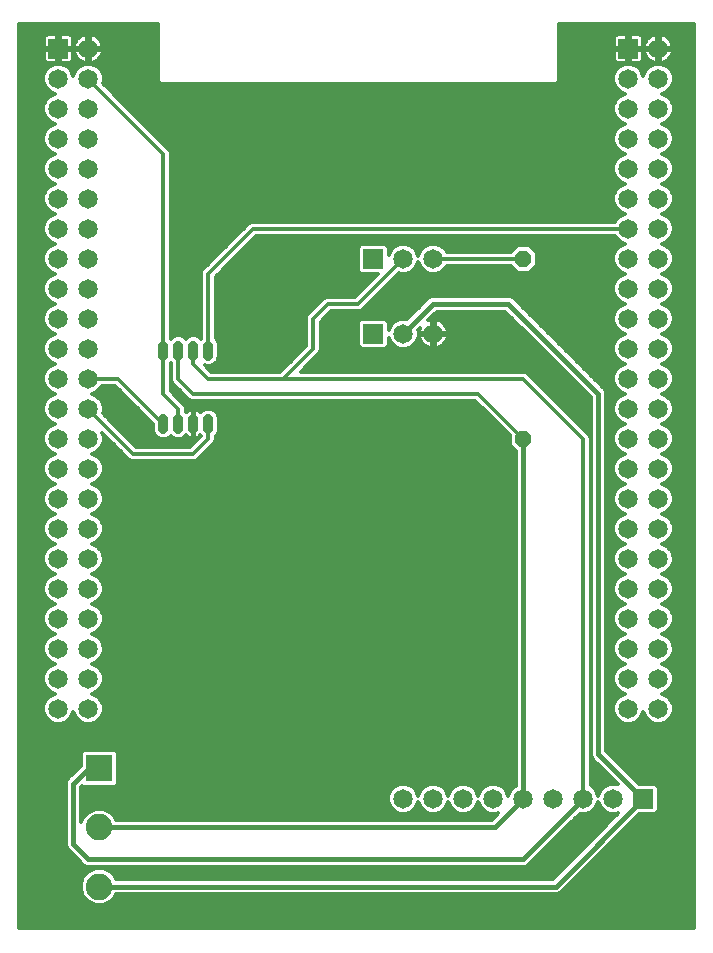
<source format=gbl>
G75*
%MOIN*%
%OFA0B0*%
%FSLAX25Y25*%
%IPPOS*%
%LPD*%
%AMOC8*
5,1,8,0,0,1.08239X$1,22.5*
%
%ADD10R,0.06500X0.06500*%
%ADD11C,0.06500*%
%ADD12C,0.03200*%
%ADD13OC8,0.05600*%
%ADD14R,0.08858X0.08858*%
%ADD15C,0.08858*%
%ADD16C,0.01200*%
%ADD17C,0.01600*%
D10*
X0121600Y0201600D03*
X0121600Y0226600D03*
X0206600Y0296600D03*
X0016600Y0296600D03*
X0211600Y0046600D03*
D11*
X0201600Y0046600D03*
X0191600Y0046600D03*
X0181600Y0046600D03*
X0171600Y0046600D03*
X0161600Y0046600D03*
X0151600Y0046600D03*
X0141600Y0046600D03*
X0131600Y0046600D03*
X0206600Y0076600D03*
X0206600Y0086600D03*
X0206600Y0096600D03*
X0206600Y0106600D03*
X0206600Y0116600D03*
X0206600Y0126600D03*
X0206600Y0136600D03*
X0206600Y0146600D03*
X0206600Y0156600D03*
X0206600Y0166600D03*
X0206600Y0176600D03*
X0206600Y0186600D03*
X0206600Y0196600D03*
X0206600Y0206600D03*
X0206600Y0216600D03*
X0206600Y0226600D03*
X0206600Y0236600D03*
X0206600Y0246600D03*
X0206600Y0256600D03*
X0206600Y0266600D03*
X0206600Y0276600D03*
X0206600Y0286600D03*
X0216600Y0286600D03*
X0216600Y0276600D03*
X0216600Y0266600D03*
X0216600Y0256600D03*
X0216600Y0246600D03*
X0216600Y0236600D03*
X0216600Y0226600D03*
X0216600Y0216600D03*
X0216600Y0206600D03*
X0216600Y0196600D03*
X0216600Y0186600D03*
X0216600Y0176600D03*
X0216600Y0166600D03*
X0216600Y0156600D03*
X0216600Y0146600D03*
X0216600Y0136600D03*
X0216600Y0126600D03*
X0216600Y0116600D03*
X0216600Y0106600D03*
X0216600Y0096600D03*
X0216600Y0086600D03*
X0216600Y0076600D03*
X0141600Y0201600D03*
X0131600Y0201600D03*
X0131600Y0226600D03*
X0141600Y0226600D03*
X0216600Y0296600D03*
X0026600Y0296600D03*
X0026600Y0286600D03*
X0026600Y0276600D03*
X0026600Y0266600D03*
X0026600Y0256600D03*
X0026600Y0246600D03*
X0026600Y0236600D03*
X0026600Y0226600D03*
X0026600Y0216600D03*
X0026600Y0206600D03*
X0026600Y0196600D03*
X0026600Y0186600D03*
X0026600Y0176600D03*
X0026600Y0166600D03*
X0026600Y0156600D03*
X0026600Y0146600D03*
X0026600Y0136600D03*
X0026600Y0126600D03*
X0026600Y0116600D03*
X0026600Y0106600D03*
X0026600Y0096600D03*
X0026600Y0086600D03*
X0026600Y0076600D03*
X0016600Y0076600D03*
X0016600Y0086600D03*
X0016600Y0096600D03*
X0016600Y0106600D03*
X0016600Y0116600D03*
X0016600Y0126600D03*
X0016600Y0136600D03*
X0016600Y0146600D03*
X0016600Y0156600D03*
X0016600Y0166600D03*
X0016600Y0176600D03*
X0016600Y0186600D03*
X0016600Y0196600D03*
X0016600Y0206600D03*
X0016600Y0216600D03*
X0016600Y0226600D03*
X0016600Y0236600D03*
X0016600Y0246600D03*
X0016600Y0256600D03*
X0016600Y0266600D03*
X0016600Y0276600D03*
X0016600Y0286600D03*
D12*
X0051600Y0197709D02*
X0051600Y0194309D01*
X0056600Y0194309D02*
X0056600Y0197709D01*
X0061600Y0197709D02*
X0061600Y0194309D01*
X0066600Y0194309D02*
X0066600Y0197709D01*
X0066600Y0173300D02*
X0066600Y0169900D01*
X0061600Y0169900D02*
X0061600Y0173300D01*
X0056600Y0173300D02*
X0056600Y0169900D01*
X0051600Y0169900D02*
X0051600Y0173300D01*
D13*
X0171600Y0166600D03*
X0171600Y0226600D03*
D14*
X0030222Y0056757D03*
D15*
X0030222Y0037072D03*
X0030222Y0017387D03*
D16*
X0003400Y0003400D02*
X0003400Y0304800D01*
X0049800Y0304800D01*
X0049800Y0285854D01*
X0050854Y0284800D01*
X0182346Y0284800D01*
X0183400Y0285854D01*
X0183400Y0304800D01*
X0228501Y0304800D01*
X0228501Y0003400D01*
X0003400Y0003400D01*
X0003400Y0004203D02*
X0228501Y0004203D01*
X0228501Y0005401D02*
X0003400Y0005401D01*
X0003400Y0006600D02*
X0228501Y0006600D01*
X0228501Y0007799D02*
X0003400Y0007799D01*
X0003400Y0008997D02*
X0228501Y0008997D01*
X0228501Y0010196D02*
X0003400Y0010196D01*
X0003400Y0011394D02*
X0028414Y0011394D01*
X0028983Y0011158D02*
X0031461Y0011158D01*
X0033751Y0012107D01*
X0035503Y0013859D01*
X0035887Y0014787D01*
X0182905Y0014787D01*
X0183860Y0015183D01*
X0210227Y0041550D01*
X0215596Y0041550D01*
X0216650Y0042604D01*
X0216650Y0050596D01*
X0215596Y0051650D01*
X0210227Y0051650D01*
X0199200Y0062677D01*
X0199200Y0182117D01*
X0198804Y0183073D01*
X0168804Y0213073D01*
X0168073Y0213804D01*
X0167117Y0214200D01*
X0141083Y0214200D01*
X0140127Y0213804D01*
X0132865Y0206542D01*
X0132605Y0206650D01*
X0130595Y0206650D01*
X0128739Y0205881D01*
X0127319Y0204461D01*
X0126650Y0202846D01*
X0126650Y0205596D01*
X0125596Y0206650D01*
X0117604Y0206650D01*
X0116550Y0205596D01*
X0116550Y0197604D01*
X0117604Y0196550D01*
X0125596Y0196550D01*
X0126650Y0197604D01*
X0126650Y0200354D01*
X0127319Y0198739D01*
X0128739Y0197319D01*
X0130595Y0196550D01*
X0132605Y0196550D01*
X0134461Y0197319D01*
X0135881Y0198739D01*
X0136650Y0200595D01*
X0136650Y0202605D01*
X0136542Y0202865D01*
X0137089Y0203412D01*
X0136869Y0202736D01*
X0136757Y0202025D01*
X0141175Y0202025D01*
X0141175Y0206443D01*
X0140464Y0206331D01*
X0139788Y0206111D01*
X0142677Y0209000D01*
X0165523Y0209000D01*
X0194000Y0180523D01*
X0194000Y0061083D01*
X0194396Y0060127D01*
X0195127Y0059396D01*
X0203063Y0051460D01*
X0202605Y0051650D01*
X0200595Y0051650D01*
X0198739Y0050881D01*
X0197319Y0049461D01*
X0196600Y0047725D01*
X0195881Y0049461D01*
X0194461Y0050881D01*
X0194000Y0051072D01*
X0194000Y0167077D01*
X0193635Y0167959D01*
X0192959Y0168635D01*
X0172959Y0188635D01*
X0172077Y0189000D01*
X0097394Y0189000D01*
X0103635Y0195241D01*
X0104000Y0196123D01*
X0104000Y0205606D01*
X0107594Y0209200D01*
X0117077Y0209200D01*
X0117959Y0209565D01*
X0118635Y0210241D01*
X0130135Y0221741D01*
X0130595Y0221550D01*
X0132605Y0221550D01*
X0134461Y0222319D01*
X0135881Y0223739D01*
X0136600Y0225475D01*
X0137319Y0223739D01*
X0138739Y0222319D01*
X0140595Y0221550D01*
X0142605Y0221550D01*
X0144461Y0222319D01*
X0145881Y0223739D01*
X0146072Y0224200D01*
X0167495Y0224200D01*
X0169695Y0222000D01*
X0173505Y0222000D01*
X0176200Y0224695D01*
X0176200Y0228505D01*
X0173505Y0231200D01*
X0169695Y0231200D01*
X0167495Y0229000D01*
X0146072Y0229000D01*
X0145881Y0229461D01*
X0144461Y0230881D01*
X0142605Y0231650D01*
X0140595Y0231650D01*
X0138739Y0230881D01*
X0137319Y0229461D01*
X0136600Y0227725D01*
X0135881Y0229461D01*
X0134461Y0230881D01*
X0132605Y0231650D01*
X0130595Y0231650D01*
X0128739Y0230881D01*
X0127319Y0229461D01*
X0126650Y0227846D01*
X0126650Y0230596D01*
X0125596Y0231650D01*
X0117604Y0231650D01*
X0116550Y0230596D01*
X0116550Y0222604D01*
X0117604Y0221550D01*
X0123156Y0221550D01*
X0115606Y0214000D01*
X0106123Y0214000D01*
X0105241Y0213635D01*
X0100241Y0208635D01*
X0099565Y0207959D01*
X0099200Y0207077D01*
X0099200Y0197594D01*
X0090606Y0189000D01*
X0067594Y0189000D01*
X0065516Y0191078D01*
X0065924Y0190909D01*
X0067276Y0190909D01*
X0068526Y0191427D01*
X0069482Y0192384D01*
X0070000Y0193633D01*
X0070000Y0198386D01*
X0069482Y0199635D01*
X0069000Y0200118D01*
X0069000Y0220606D01*
X0082594Y0234200D01*
X0202128Y0234200D01*
X0202319Y0233739D01*
X0203739Y0232319D01*
X0205475Y0231600D01*
X0203739Y0230881D01*
X0202319Y0229461D01*
X0201550Y0227605D01*
X0201550Y0225595D01*
X0202319Y0223739D01*
X0203739Y0222319D01*
X0205475Y0221600D01*
X0203739Y0220881D01*
X0202319Y0219461D01*
X0201550Y0217605D01*
X0201550Y0215595D01*
X0202319Y0213739D01*
X0203739Y0212319D01*
X0205475Y0211600D01*
X0203739Y0210881D01*
X0202319Y0209461D01*
X0201550Y0207605D01*
X0201550Y0205595D01*
X0202319Y0203739D01*
X0203739Y0202319D01*
X0205475Y0201600D01*
X0203739Y0200881D01*
X0202319Y0199461D01*
X0201550Y0197605D01*
X0201550Y0195595D01*
X0202319Y0193739D01*
X0203739Y0192319D01*
X0205475Y0191600D01*
X0203739Y0190881D01*
X0202319Y0189461D01*
X0201550Y0187605D01*
X0201550Y0185595D01*
X0202319Y0183739D01*
X0203739Y0182319D01*
X0205475Y0181600D01*
X0203739Y0180881D01*
X0202319Y0179461D01*
X0201550Y0177605D01*
X0201550Y0175595D01*
X0202319Y0173739D01*
X0203739Y0172319D01*
X0205475Y0171600D01*
X0203739Y0170881D01*
X0202319Y0169461D01*
X0201550Y0167605D01*
X0201550Y0165595D01*
X0202319Y0163739D01*
X0203739Y0162319D01*
X0205475Y0161600D01*
X0203739Y0160881D01*
X0202319Y0159461D01*
X0201550Y0157605D01*
X0201550Y0155595D01*
X0202319Y0153739D01*
X0203739Y0152319D01*
X0205475Y0151600D01*
X0203739Y0150881D01*
X0202319Y0149461D01*
X0201550Y0147605D01*
X0201550Y0145595D01*
X0202319Y0143739D01*
X0203739Y0142319D01*
X0205475Y0141600D01*
X0203739Y0140881D01*
X0202319Y0139461D01*
X0201550Y0137605D01*
X0201550Y0135595D01*
X0202319Y0133739D01*
X0203739Y0132319D01*
X0205475Y0131600D01*
X0203739Y0130881D01*
X0202319Y0129461D01*
X0201550Y0127605D01*
X0201550Y0125595D01*
X0202319Y0123739D01*
X0203739Y0122319D01*
X0205475Y0121600D01*
X0203739Y0120881D01*
X0202319Y0119461D01*
X0201550Y0117605D01*
X0201550Y0115595D01*
X0202319Y0113739D01*
X0203739Y0112319D01*
X0205475Y0111600D01*
X0203739Y0110881D01*
X0202319Y0109461D01*
X0201550Y0107605D01*
X0201550Y0105595D01*
X0202319Y0103739D01*
X0203739Y0102319D01*
X0205475Y0101600D01*
X0203739Y0100881D01*
X0202319Y0099461D01*
X0201550Y0097605D01*
X0201550Y0095595D01*
X0202319Y0093739D01*
X0203739Y0092319D01*
X0205475Y0091600D01*
X0203739Y0090881D01*
X0202319Y0089461D01*
X0201550Y0087605D01*
X0201550Y0085595D01*
X0202319Y0083739D01*
X0203739Y0082319D01*
X0205475Y0081600D01*
X0203739Y0080881D01*
X0202319Y0079461D01*
X0201550Y0077605D01*
X0201550Y0075595D01*
X0202319Y0073739D01*
X0203739Y0072319D01*
X0205595Y0071550D01*
X0207605Y0071550D01*
X0209461Y0072319D01*
X0210881Y0073739D01*
X0211600Y0075475D01*
X0212319Y0073739D01*
X0213739Y0072319D01*
X0215595Y0071550D01*
X0217605Y0071550D01*
X0219461Y0072319D01*
X0220881Y0073739D01*
X0221650Y0075595D01*
X0221650Y0077605D01*
X0220881Y0079461D01*
X0219461Y0080881D01*
X0217725Y0081600D01*
X0219461Y0082319D01*
X0220881Y0083739D01*
X0221650Y0085595D01*
X0221650Y0087605D01*
X0220881Y0089461D01*
X0219461Y0090881D01*
X0217725Y0091600D01*
X0219461Y0092319D01*
X0220881Y0093739D01*
X0221650Y0095595D01*
X0221650Y0097605D01*
X0220881Y0099461D01*
X0219461Y0100881D01*
X0217725Y0101600D01*
X0219461Y0102319D01*
X0220881Y0103739D01*
X0221650Y0105595D01*
X0221650Y0107605D01*
X0220881Y0109461D01*
X0219461Y0110881D01*
X0217725Y0111600D01*
X0219461Y0112319D01*
X0220881Y0113739D01*
X0221650Y0115595D01*
X0221650Y0117605D01*
X0220881Y0119461D01*
X0219461Y0120881D01*
X0217725Y0121600D01*
X0219461Y0122319D01*
X0220881Y0123739D01*
X0221650Y0125595D01*
X0221650Y0127605D01*
X0220881Y0129461D01*
X0219461Y0130881D01*
X0217725Y0131600D01*
X0219461Y0132319D01*
X0220881Y0133739D01*
X0221650Y0135595D01*
X0221650Y0137605D01*
X0220881Y0139461D01*
X0219461Y0140881D01*
X0217725Y0141600D01*
X0219461Y0142319D01*
X0220881Y0143739D01*
X0221650Y0145595D01*
X0221650Y0147605D01*
X0220881Y0149461D01*
X0219461Y0150881D01*
X0217725Y0151600D01*
X0219461Y0152319D01*
X0220881Y0153739D01*
X0221650Y0155595D01*
X0221650Y0157605D01*
X0220881Y0159461D01*
X0219461Y0160881D01*
X0217725Y0161600D01*
X0219461Y0162319D01*
X0220881Y0163739D01*
X0221650Y0165595D01*
X0221650Y0167605D01*
X0220881Y0169461D01*
X0219461Y0170881D01*
X0217725Y0171600D01*
X0219461Y0172319D01*
X0220881Y0173739D01*
X0221650Y0175595D01*
X0221650Y0177605D01*
X0220881Y0179461D01*
X0219461Y0180881D01*
X0217725Y0181600D01*
X0219461Y0182319D01*
X0220881Y0183739D01*
X0221650Y0185595D01*
X0221650Y0187605D01*
X0220881Y0189461D01*
X0219461Y0190881D01*
X0217725Y0191600D01*
X0219461Y0192319D01*
X0220881Y0193739D01*
X0221650Y0195595D01*
X0221650Y0197605D01*
X0220881Y0199461D01*
X0219461Y0200881D01*
X0217725Y0201600D01*
X0219461Y0202319D01*
X0220881Y0203739D01*
X0221650Y0205595D01*
X0221650Y0207605D01*
X0220881Y0209461D01*
X0219461Y0210881D01*
X0217725Y0211600D01*
X0219461Y0212319D01*
X0220881Y0213739D01*
X0221650Y0215595D01*
X0221650Y0217605D01*
X0220881Y0219461D01*
X0219461Y0220881D01*
X0217725Y0221600D01*
X0219461Y0222319D01*
X0220881Y0223739D01*
X0221650Y0225595D01*
X0221650Y0227605D01*
X0220881Y0229461D01*
X0219461Y0230881D01*
X0217725Y0231600D01*
X0219461Y0232319D01*
X0220881Y0233739D01*
X0221650Y0235595D01*
X0221650Y0237605D01*
X0220881Y0239461D01*
X0219461Y0240881D01*
X0217725Y0241600D01*
X0219461Y0242319D01*
X0220881Y0243739D01*
X0221650Y0245595D01*
X0221650Y0247605D01*
X0220881Y0249461D01*
X0219461Y0250881D01*
X0217725Y0251600D01*
X0219461Y0252319D01*
X0220881Y0253739D01*
X0221650Y0255595D01*
X0221650Y0257605D01*
X0220881Y0259461D01*
X0219461Y0260881D01*
X0217725Y0261600D01*
X0219461Y0262319D01*
X0220881Y0263739D01*
X0221650Y0265595D01*
X0221650Y0267605D01*
X0220881Y0269461D01*
X0219461Y0270881D01*
X0217725Y0271600D01*
X0219461Y0272319D01*
X0220881Y0273739D01*
X0221650Y0275595D01*
X0221650Y0277605D01*
X0220881Y0279461D01*
X0219461Y0280881D01*
X0217725Y0281600D01*
X0219461Y0282319D01*
X0220881Y0283739D01*
X0221650Y0285595D01*
X0221650Y0287605D01*
X0220881Y0289461D01*
X0219461Y0290881D01*
X0217605Y0291650D01*
X0215595Y0291650D01*
X0213739Y0290881D01*
X0212319Y0289461D01*
X0211600Y0287725D01*
X0210881Y0289461D01*
X0209461Y0290881D01*
X0207605Y0291650D01*
X0205595Y0291650D01*
X0203739Y0290881D01*
X0202319Y0289461D01*
X0201550Y0287605D01*
X0201550Y0285595D01*
X0202319Y0283739D01*
X0203739Y0282319D01*
X0205475Y0281600D01*
X0203739Y0280881D01*
X0202319Y0279461D01*
X0201550Y0277605D01*
X0201550Y0275595D01*
X0202319Y0273739D01*
X0203739Y0272319D01*
X0205475Y0271600D01*
X0203739Y0270881D01*
X0202319Y0269461D01*
X0201550Y0267605D01*
X0201550Y0265595D01*
X0202319Y0263739D01*
X0203739Y0262319D01*
X0205475Y0261600D01*
X0203739Y0260881D01*
X0202319Y0259461D01*
X0201550Y0257605D01*
X0201550Y0255595D01*
X0202319Y0253739D01*
X0203739Y0252319D01*
X0205475Y0251600D01*
X0203739Y0250881D01*
X0202319Y0249461D01*
X0201550Y0247605D01*
X0201550Y0245595D01*
X0202319Y0243739D01*
X0203739Y0242319D01*
X0205475Y0241600D01*
X0203739Y0240881D01*
X0202319Y0239461D01*
X0202128Y0239000D01*
X0081123Y0239000D01*
X0080241Y0238635D01*
X0079565Y0237959D01*
X0064565Y0222959D01*
X0064200Y0222077D01*
X0064200Y0200118D01*
X0064100Y0200018D01*
X0063526Y0200592D01*
X0062276Y0201109D01*
X0060924Y0201109D01*
X0059674Y0200592D01*
X0059100Y0200018D01*
X0058526Y0200592D01*
X0057276Y0201109D01*
X0055924Y0201109D01*
X0054674Y0200592D01*
X0054100Y0200018D01*
X0054000Y0200118D01*
X0054000Y0262077D01*
X0053635Y0262959D01*
X0031459Y0285135D01*
X0031650Y0285595D01*
X0031650Y0287605D01*
X0030881Y0289461D01*
X0029461Y0290881D01*
X0027605Y0291650D01*
X0025595Y0291650D01*
X0023739Y0290881D01*
X0022319Y0289461D01*
X0021600Y0287725D01*
X0020881Y0289461D01*
X0019461Y0290881D01*
X0017605Y0291650D01*
X0015595Y0291650D01*
X0013739Y0290881D01*
X0012319Y0289461D01*
X0011550Y0287605D01*
X0011550Y0285595D01*
X0012319Y0283739D01*
X0013739Y0282319D01*
X0015475Y0281600D01*
X0013739Y0280881D01*
X0012319Y0279461D01*
X0011550Y0277605D01*
X0011550Y0275595D01*
X0012319Y0273739D01*
X0013739Y0272319D01*
X0015475Y0271600D01*
X0013739Y0270881D01*
X0012319Y0269461D01*
X0011550Y0267605D01*
X0011550Y0265595D01*
X0012319Y0263739D01*
X0013739Y0262319D01*
X0015475Y0261600D01*
X0013739Y0260881D01*
X0012319Y0259461D01*
X0011550Y0257605D01*
X0011550Y0255595D01*
X0012319Y0253739D01*
X0013739Y0252319D01*
X0015475Y0251600D01*
X0013739Y0250881D01*
X0012319Y0249461D01*
X0011550Y0247605D01*
X0011550Y0245595D01*
X0012319Y0243739D01*
X0013739Y0242319D01*
X0015475Y0241600D01*
X0013739Y0240881D01*
X0012319Y0239461D01*
X0011550Y0237605D01*
X0011550Y0235595D01*
X0012319Y0233739D01*
X0013739Y0232319D01*
X0015475Y0231600D01*
X0013739Y0230881D01*
X0012319Y0229461D01*
X0011550Y0227605D01*
X0011550Y0225595D01*
X0012319Y0223739D01*
X0013739Y0222319D01*
X0015475Y0221600D01*
X0013739Y0220881D01*
X0012319Y0219461D01*
X0011550Y0217605D01*
X0011550Y0215595D01*
X0012319Y0213739D01*
X0013739Y0212319D01*
X0015475Y0211600D01*
X0013739Y0210881D01*
X0012319Y0209461D01*
X0011550Y0207605D01*
X0011550Y0205595D01*
X0012319Y0203739D01*
X0013739Y0202319D01*
X0015475Y0201600D01*
X0013739Y0200881D01*
X0012319Y0199461D01*
X0011550Y0197605D01*
X0011550Y0195595D01*
X0012319Y0193739D01*
X0013739Y0192319D01*
X0015475Y0191600D01*
X0013739Y0190881D01*
X0012319Y0189461D01*
X0011550Y0187605D01*
X0011550Y0185595D01*
X0012319Y0183739D01*
X0013739Y0182319D01*
X0015475Y0181600D01*
X0013739Y0180881D01*
X0012319Y0179461D01*
X0011550Y0177605D01*
X0011550Y0175595D01*
X0012319Y0173739D01*
X0013739Y0172319D01*
X0015475Y0171600D01*
X0013739Y0170881D01*
X0012319Y0169461D01*
X0011550Y0167605D01*
X0011550Y0165595D01*
X0012319Y0163739D01*
X0013739Y0162319D01*
X0015475Y0161600D01*
X0013739Y0160881D01*
X0012319Y0159461D01*
X0011550Y0157605D01*
X0011550Y0155595D01*
X0012319Y0153739D01*
X0013739Y0152319D01*
X0015475Y0151600D01*
X0013739Y0150881D01*
X0012319Y0149461D01*
X0011550Y0147605D01*
X0011550Y0145595D01*
X0012319Y0143739D01*
X0013739Y0142319D01*
X0015475Y0141600D01*
X0013739Y0140881D01*
X0012319Y0139461D01*
X0011550Y0137605D01*
X0011550Y0135595D01*
X0012319Y0133739D01*
X0013739Y0132319D01*
X0015475Y0131600D01*
X0013739Y0130881D01*
X0012319Y0129461D01*
X0011550Y0127605D01*
X0011550Y0125595D01*
X0012319Y0123739D01*
X0013739Y0122319D01*
X0015475Y0121600D01*
X0013739Y0120881D01*
X0012319Y0119461D01*
X0011550Y0117605D01*
X0011550Y0115595D01*
X0012319Y0113739D01*
X0013739Y0112319D01*
X0015475Y0111600D01*
X0013739Y0110881D01*
X0012319Y0109461D01*
X0011550Y0107605D01*
X0011550Y0105595D01*
X0012319Y0103739D01*
X0013739Y0102319D01*
X0015475Y0101600D01*
X0013739Y0100881D01*
X0012319Y0099461D01*
X0011550Y0097605D01*
X0011550Y0095595D01*
X0012319Y0093739D01*
X0013739Y0092319D01*
X0015475Y0091600D01*
X0013739Y0090881D01*
X0012319Y0089461D01*
X0011550Y0087605D01*
X0011550Y0085595D01*
X0012319Y0083739D01*
X0013739Y0082319D01*
X0015475Y0081600D01*
X0013739Y0080881D01*
X0012319Y0079461D01*
X0011550Y0077605D01*
X0011550Y0075595D01*
X0012319Y0073739D01*
X0013739Y0072319D01*
X0015595Y0071550D01*
X0017605Y0071550D01*
X0019461Y0072319D01*
X0020881Y0073739D01*
X0021600Y0075475D01*
X0022319Y0073739D01*
X0023739Y0072319D01*
X0025595Y0071550D01*
X0027605Y0071550D01*
X0029461Y0072319D01*
X0030881Y0073739D01*
X0031650Y0075595D01*
X0031650Y0077605D01*
X0030881Y0079461D01*
X0029461Y0080881D01*
X0027725Y0081600D01*
X0029461Y0082319D01*
X0030881Y0083739D01*
X0031650Y0085595D01*
X0031650Y0087605D01*
X0030881Y0089461D01*
X0029461Y0090881D01*
X0027725Y0091600D01*
X0029461Y0092319D01*
X0030881Y0093739D01*
X0031650Y0095595D01*
X0031650Y0097605D01*
X0030881Y0099461D01*
X0029461Y0100881D01*
X0027725Y0101600D01*
X0029461Y0102319D01*
X0030881Y0103739D01*
X0031650Y0105595D01*
X0031650Y0107605D01*
X0030881Y0109461D01*
X0029461Y0110881D01*
X0027725Y0111600D01*
X0029461Y0112319D01*
X0030881Y0113739D01*
X0031650Y0115595D01*
X0031650Y0117605D01*
X0030881Y0119461D01*
X0029461Y0120881D01*
X0027725Y0121600D01*
X0029461Y0122319D01*
X0030881Y0123739D01*
X0031650Y0125595D01*
X0031650Y0127605D01*
X0030881Y0129461D01*
X0029461Y0130881D01*
X0027725Y0131600D01*
X0029461Y0132319D01*
X0030881Y0133739D01*
X0031650Y0135595D01*
X0031650Y0137605D01*
X0030881Y0139461D01*
X0029461Y0140881D01*
X0027725Y0141600D01*
X0029461Y0142319D01*
X0030881Y0143739D01*
X0031650Y0145595D01*
X0031650Y0147605D01*
X0030881Y0149461D01*
X0029461Y0150881D01*
X0027725Y0151600D01*
X0029461Y0152319D01*
X0030881Y0153739D01*
X0031650Y0155595D01*
X0031650Y0157605D01*
X0030881Y0159461D01*
X0029461Y0160881D01*
X0027725Y0161600D01*
X0029461Y0162319D01*
X0030881Y0163739D01*
X0031650Y0165595D01*
X0031650Y0167605D01*
X0031260Y0168546D01*
X0040241Y0159565D01*
X0041123Y0159200D01*
X0062077Y0159200D01*
X0062959Y0159565D01*
X0063635Y0160241D01*
X0068635Y0165241D01*
X0069000Y0166123D01*
X0069000Y0167492D01*
X0069482Y0167974D01*
X0070000Y0169224D01*
X0070000Y0173976D01*
X0069482Y0175226D01*
X0068526Y0176182D01*
X0067276Y0176700D01*
X0065924Y0176700D01*
X0064674Y0176182D01*
X0063959Y0175467D01*
X0063640Y0175786D01*
X0063116Y0176136D01*
X0062533Y0176377D01*
X0061915Y0176500D01*
X0061800Y0176500D01*
X0061800Y0171800D01*
X0061400Y0171800D01*
X0061400Y0176500D01*
X0061285Y0176500D01*
X0060667Y0176377D01*
X0060084Y0176136D01*
X0059560Y0175786D01*
X0059241Y0175467D01*
X0059000Y0175708D01*
X0059000Y0177077D01*
X0058635Y0177959D01*
X0054000Y0182594D01*
X0054000Y0191901D01*
X0054100Y0192001D01*
X0054200Y0191901D01*
X0054200Y0186123D01*
X0054565Y0185241D01*
X0059565Y0180241D01*
X0060241Y0179565D01*
X0061123Y0179200D01*
X0155606Y0179200D01*
X0167000Y0167806D01*
X0167000Y0164695D01*
X0169000Y0162695D01*
X0169000Y0050989D01*
X0168739Y0050881D01*
X0167319Y0049461D01*
X0166600Y0047725D01*
X0165881Y0049461D01*
X0164461Y0050881D01*
X0162605Y0051650D01*
X0160595Y0051650D01*
X0158739Y0050881D01*
X0157319Y0049461D01*
X0156600Y0047725D01*
X0155881Y0049461D01*
X0154461Y0050881D01*
X0152605Y0051650D01*
X0150595Y0051650D01*
X0148739Y0050881D01*
X0147319Y0049461D01*
X0146600Y0047725D01*
X0145881Y0049461D01*
X0144461Y0050881D01*
X0142605Y0051650D01*
X0140595Y0051650D01*
X0138739Y0050881D01*
X0137319Y0049461D01*
X0136600Y0047725D01*
X0135881Y0049461D01*
X0134461Y0050881D01*
X0132605Y0051650D01*
X0130595Y0051650D01*
X0128739Y0050881D01*
X0127319Y0049461D01*
X0126550Y0047605D01*
X0126550Y0045595D01*
X0127319Y0043739D01*
X0128739Y0042319D01*
X0130595Y0041550D01*
X0132605Y0041550D01*
X0134461Y0042319D01*
X0135881Y0043739D01*
X0136600Y0045475D01*
X0137319Y0043739D01*
X0138739Y0042319D01*
X0140595Y0041550D01*
X0142605Y0041550D01*
X0144461Y0042319D01*
X0145881Y0043739D01*
X0146600Y0045475D01*
X0147319Y0043739D01*
X0148739Y0042319D01*
X0150595Y0041550D01*
X0152605Y0041550D01*
X0154461Y0042319D01*
X0155881Y0043739D01*
X0156600Y0045475D01*
X0157319Y0043739D01*
X0158739Y0042319D01*
X0160595Y0041550D01*
X0162605Y0041550D01*
X0163063Y0041740D01*
X0160995Y0039672D01*
X0035887Y0039672D01*
X0035503Y0040601D01*
X0033751Y0042353D01*
X0031461Y0043302D01*
X0028983Y0043302D01*
X0026694Y0042353D01*
X0024941Y0040601D01*
X0024200Y0038811D01*
X0024200Y0050523D01*
X0024626Y0050949D01*
X0025047Y0050528D01*
X0035397Y0050528D01*
X0036451Y0051583D01*
X0036451Y0061932D01*
X0035397Y0062987D01*
X0025047Y0062987D01*
X0023993Y0061932D01*
X0023993Y0057670D01*
X0020127Y0053804D01*
X0019396Y0053073D01*
X0019000Y0052117D01*
X0019000Y0031083D01*
X0019396Y0030127D01*
X0025127Y0024396D01*
X0026083Y0024000D01*
X0172117Y0024000D01*
X0173073Y0024396D01*
X0173804Y0025127D01*
X0190335Y0041658D01*
X0190595Y0041550D01*
X0192605Y0041550D01*
X0194461Y0042319D01*
X0195881Y0043739D01*
X0196600Y0045475D01*
X0197319Y0043739D01*
X0198739Y0042319D01*
X0200595Y0041550D01*
X0202605Y0041550D01*
X0203063Y0041740D01*
X0181310Y0019987D01*
X0035887Y0019987D01*
X0035503Y0020916D01*
X0033751Y0022668D01*
X0031461Y0023617D01*
X0028983Y0023617D01*
X0026694Y0022668D01*
X0024941Y0020916D01*
X0023993Y0018626D01*
X0023993Y0016148D01*
X0024941Y0013859D01*
X0026694Y0012107D01*
X0028983Y0011158D01*
X0032030Y0011394D02*
X0228501Y0011394D01*
X0228501Y0012593D02*
X0034237Y0012593D01*
X0035435Y0013791D02*
X0228501Y0013791D01*
X0228501Y0014990D02*
X0183393Y0014990D01*
X0184865Y0016188D02*
X0228501Y0016188D01*
X0228501Y0017387D02*
X0186064Y0017387D01*
X0187262Y0018585D02*
X0228501Y0018585D01*
X0228501Y0019784D02*
X0188461Y0019784D01*
X0189659Y0020982D02*
X0228501Y0020982D01*
X0228501Y0022181D02*
X0190858Y0022181D01*
X0192056Y0023379D02*
X0228501Y0023379D01*
X0228501Y0024578D02*
X0193255Y0024578D01*
X0194453Y0025776D02*
X0228501Y0025776D01*
X0228501Y0026975D02*
X0195652Y0026975D01*
X0196850Y0028173D02*
X0228501Y0028173D01*
X0228501Y0029372D02*
X0198049Y0029372D01*
X0199247Y0030570D02*
X0228501Y0030570D01*
X0228501Y0031769D02*
X0200446Y0031769D01*
X0201644Y0032967D02*
X0228501Y0032967D01*
X0228501Y0034166D02*
X0202843Y0034166D01*
X0204041Y0035364D02*
X0228501Y0035364D01*
X0228501Y0036563D02*
X0205240Y0036563D01*
X0206438Y0037761D02*
X0228501Y0037761D01*
X0228501Y0038960D02*
X0207637Y0038960D01*
X0208835Y0040158D02*
X0228501Y0040158D01*
X0228501Y0041357D02*
X0210034Y0041357D01*
X0216601Y0042555D02*
X0228501Y0042555D01*
X0228501Y0043754D02*
X0216650Y0043754D01*
X0216650Y0044952D02*
X0228501Y0044952D01*
X0228501Y0046151D02*
X0216650Y0046151D01*
X0216650Y0047349D02*
X0228501Y0047349D01*
X0228501Y0048548D02*
X0216650Y0048548D01*
X0216650Y0049746D02*
X0228501Y0049746D01*
X0228501Y0050945D02*
X0216301Y0050945D01*
X0209734Y0052143D02*
X0228501Y0052143D01*
X0228501Y0053342D02*
X0208535Y0053342D01*
X0207336Y0054540D02*
X0228501Y0054540D01*
X0228501Y0055739D02*
X0206138Y0055739D01*
X0204939Y0056937D02*
X0228501Y0056937D01*
X0228501Y0058136D02*
X0203741Y0058136D01*
X0202542Y0059334D02*
X0228501Y0059334D01*
X0228501Y0060533D02*
X0201344Y0060533D01*
X0200145Y0061732D02*
X0228501Y0061732D01*
X0228501Y0062930D02*
X0199200Y0062930D01*
X0199200Y0064129D02*
X0228501Y0064129D01*
X0228501Y0065327D02*
X0199200Y0065327D01*
X0199200Y0066526D02*
X0228501Y0066526D01*
X0228501Y0067724D02*
X0199200Y0067724D01*
X0199200Y0068923D02*
X0228501Y0068923D01*
X0228501Y0070121D02*
X0199200Y0070121D01*
X0199200Y0071320D02*
X0228501Y0071320D01*
X0228501Y0072518D02*
X0219660Y0072518D01*
X0220858Y0073717D02*
X0228501Y0073717D01*
X0228501Y0074915D02*
X0221368Y0074915D01*
X0221650Y0076114D02*
X0228501Y0076114D01*
X0228501Y0077312D02*
X0221650Y0077312D01*
X0221275Y0078511D02*
X0228501Y0078511D01*
X0228501Y0079709D02*
X0220633Y0079709D01*
X0219397Y0080908D02*
X0228501Y0080908D01*
X0228501Y0082106D02*
X0218947Y0082106D01*
X0220447Y0083305D02*
X0228501Y0083305D01*
X0228501Y0084503D02*
X0221198Y0084503D01*
X0221650Y0085702D02*
X0228501Y0085702D01*
X0228501Y0086900D02*
X0221650Y0086900D01*
X0221445Y0088099D02*
X0228501Y0088099D01*
X0228501Y0089297D02*
X0220949Y0089297D01*
X0219846Y0090496D02*
X0228501Y0090496D01*
X0228501Y0091694D02*
X0217953Y0091694D01*
X0220035Y0092893D02*
X0228501Y0092893D01*
X0228501Y0094091D02*
X0221027Y0094091D01*
X0221523Y0095290D02*
X0228501Y0095290D01*
X0228501Y0096488D02*
X0221650Y0096488D01*
X0221616Y0097687D02*
X0228501Y0097687D01*
X0228501Y0098885D02*
X0221119Y0098885D01*
X0220258Y0100084D02*
X0228501Y0100084D01*
X0228501Y0101282D02*
X0218492Y0101282D01*
X0219623Y0102481D02*
X0228501Y0102481D01*
X0228501Y0103679D02*
X0220821Y0103679D01*
X0221353Y0104878D02*
X0228501Y0104878D01*
X0228501Y0106076D02*
X0221650Y0106076D01*
X0221650Y0107275D02*
X0228501Y0107275D01*
X0228501Y0108473D02*
X0221290Y0108473D01*
X0220670Y0109672D02*
X0228501Y0109672D01*
X0228501Y0110870D02*
X0219471Y0110870D01*
X0218857Y0112069D02*
X0228501Y0112069D01*
X0228501Y0113268D02*
X0220409Y0113268D01*
X0221182Y0114466D02*
X0228501Y0114466D01*
X0228501Y0115665D02*
X0221650Y0115665D01*
X0221650Y0116863D02*
X0228501Y0116863D01*
X0228501Y0118062D02*
X0221461Y0118062D01*
X0220964Y0119260D02*
X0228501Y0119260D01*
X0228501Y0120459D02*
X0219883Y0120459D01*
X0217863Y0121657D02*
X0228501Y0121657D01*
X0228501Y0122856D02*
X0219997Y0122856D01*
X0221012Y0124054D02*
X0228501Y0124054D01*
X0228501Y0125253D02*
X0221508Y0125253D01*
X0221650Y0126451D02*
X0228501Y0126451D01*
X0228501Y0127650D02*
X0221631Y0127650D01*
X0221135Y0128848D02*
X0228501Y0128848D01*
X0228501Y0130047D02*
X0220295Y0130047D01*
X0218582Y0131245D02*
X0228501Y0131245D01*
X0228501Y0132444D02*
X0219585Y0132444D01*
X0220784Y0133642D02*
X0228501Y0133642D01*
X0228501Y0134841D02*
X0221337Y0134841D01*
X0221650Y0136039D02*
X0228501Y0136039D01*
X0228501Y0137238D02*
X0221650Y0137238D01*
X0221305Y0138436D02*
X0228501Y0138436D01*
X0228501Y0139635D02*
X0220707Y0139635D01*
X0219509Y0140833D02*
X0228501Y0140833D01*
X0228501Y0142032D02*
X0218768Y0142032D01*
X0220372Y0143230D02*
X0228501Y0143230D01*
X0228501Y0144429D02*
X0221167Y0144429D01*
X0221650Y0145627D02*
X0228501Y0145627D01*
X0228501Y0146826D02*
X0221650Y0146826D01*
X0221476Y0148024D02*
X0228501Y0148024D01*
X0228501Y0149223D02*
X0220980Y0149223D01*
X0219920Y0150421D02*
X0228501Y0150421D01*
X0228501Y0151620D02*
X0217773Y0151620D01*
X0219960Y0152818D02*
X0228501Y0152818D01*
X0228501Y0154017D02*
X0220996Y0154017D01*
X0221493Y0155215D02*
X0228501Y0155215D01*
X0228501Y0156414D02*
X0221650Y0156414D01*
X0221647Y0157612D02*
X0228501Y0157612D01*
X0228501Y0158811D02*
X0221150Y0158811D01*
X0220332Y0160009D02*
X0228501Y0160009D01*
X0228501Y0161208D02*
X0218672Y0161208D01*
X0219548Y0162406D02*
X0228501Y0162406D01*
X0228501Y0163605D02*
X0220747Y0163605D01*
X0221322Y0164803D02*
X0228501Y0164803D01*
X0228501Y0166002D02*
X0221650Y0166002D01*
X0221650Y0167201D02*
X0228501Y0167201D01*
X0228501Y0168399D02*
X0221321Y0168399D01*
X0220744Y0169598D02*
X0228501Y0169598D01*
X0228501Y0170796D02*
X0219546Y0170796D01*
X0218678Y0171995D02*
X0228501Y0171995D01*
X0228501Y0173193D02*
X0220335Y0173193D01*
X0221151Y0174392D02*
X0228501Y0174392D01*
X0228501Y0175590D02*
X0221648Y0175590D01*
X0221650Y0176789D02*
X0228501Y0176789D01*
X0228501Y0177987D02*
X0221492Y0177987D01*
X0220995Y0179186D02*
X0228501Y0179186D01*
X0228501Y0180384D02*
X0219958Y0180384D01*
X0219923Y0182781D02*
X0228501Y0182781D01*
X0228501Y0181583D02*
X0217767Y0181583D01*
X0220981Y0183980D02*
X0228501Y0183980D01*
X0228501Y0185178D02*
X0221477Y0185178D01*
X0221650Y0186377D02*
X0228501Y0186377D01*
X0228501Y0187575D02*
X0221650Y0187575D01*
X0221166Y0188774D02*
X0228501Y0188774D01*
X0228501Y0189972D02*
X0220370Y0189972D01*
X0218762Y0191171D02*
X0228501Y0191171D01*
X0228501Y0192369D02*
X0219511Y0192369D01*
X0220710Y0193568D02*
X0228501Y0193568D01*
X0228501Y0194766D02*
X0221307Y0194766D01*
X0221650Y0195965D02*
X0228501Y0195965D01*
X0228501Y0197163D02*
X0221650Y0197163D01*
X0221336Y0198362D02*
X0228501Y0198362D01*
X0228501Y0199560D02*
X0220781Y0199560D01*
X0219583Y0200759D02*
X0228501Y0200759D01*
X0228501Y0201957D02*
X0218588Y0201957D01*
X0220298Y0203156D02*
X0228501Y0203156D01*
X0228501Y0204354D02*
X0221136Y0204354D01*
X0221632Y0205553D02*
X0228501Y0205553D01*
X0228501Y0206751D02*
X0221650Y0206751D01*
X0221507Y0207950D02*
X0228501Y0207950D01*
X0228501Y0209148D02*
X0221010Y0209148D01*
X0219995Y0210347D02*
X0228501Y0210347D01*
X0228501Y0211545D02*
X0217857Y0211545D01*
X0219886Y0212744D02*
X0228501Y0212744D01*
X0228501Y0213942D02*
X0220965Y0213942D01*
X0221462Y0215141D02*
X0228501Y0215141D01*
X0228501Y0216339D02*
X0221650Y0216339D01*
X0221650Y0217538D02*
X0228501Y0217538D01*
X0228501Y0218737D02*
X0221181Y0218737D01*
X0220407Y0219935D02*
X0228501Y0219935D01*
X0228501Y0221134D02*
X0218851Y0221134D01*
X0219474Y0222332D02*
X0228501Y0222332D01*
X0228501Y0223531D02*
X0220672Y0223531D01*
X0221291Y0224729D02*
X0228501Y0224729D01*
X0228501Y0225928D02*
X0221650Y0225928D01*
X0221650Y0227126D02*
X0228501Y0227126D01*
X0228501Y0228325D02*
X0221352Y0228325D01*
X0220819Y0229523D02*
X0228501Y0229523D01*
X0228501Y0230722D02*
X0219620Y0230722D01*
X0218498Y0231920D02*
X0228501Y0231920D01*
X0228501Y0233119D02*
X0220260Y0233119D01*
X0221120Y0234317D02*
X0228501Y0234317D01*
X0228501Y0235516D02*
X0221617Y0235516D01*
X0221650Y0236714D02*
X0228501Y0236714D01*
X0228501Y0237913D02*
X0221522Y0237913D01*
X0221026Y0239111D02*
X0228501Y0239111D01*
X0228501Y0240310D02*
X0220032Y0240310D01*
X0219849Y0242707D02*
X0228501Y0242707D01*
X0228501Y0243905D02*
X0220950Y0243905D01*
X0221446Y0245104D02*
X0228501Y0245104D01*
X0228501Y0246302D02*
X0221650Y0246302D01*
X0221650Y0247501D02*
X0228501Y0247501D01*
X0228501Y0248699D02*
X0221197Y0248699D01*
X0220444Y0249898D02*
X0228501Y0249898D01*
X0228501Y0251096D02*
X0218941Y0251096D01*
X0219403Y0252295D02*
X0228501Y0252295D01*
X0228501Y0253493D02*
X0220635Y0253493D01*
X0221276Y0254692D02*
X0228501Y0254692D01*
X0228501Y0255890D02*
X0221650Y0255890D01*
X0221650Y0257089D02*
X0228501Y0257089D01*
X0228501Y0258287D02*
X0221367Y0258287D01*
X0220856Y0259486D02*
X0228501Y0259486D01*
X0228501Y0260684D02*
X0219657Y0260684D01*
X0218408Y0261883D02*
X0228501Y0261883D01*
X0228501Y0263081D02*
X0220223Y0263081D01*
X0221105Y0264280D02*
X0228501Y0264280D01*
X0228501Y0265478D02*
X0221602Y0265478D01*
X0221650Y0266677D02*
X0228501Y0266677D01*
X0228501Y0267875D02*
X0221538Y0267875D01*
X0221041Y0269074D02*
X0228501Y0269074D01*
X0228501Y0270272D02*
X0220069Y0270272D01*
X0218037Y0271471D02*
X0228501Y0271471D01*
X0228501Y0272670D02*
X0219811Y0272670D01*
X0220934Y0273868D02*
X0228501Y0273868D01*
X0228501Y0275067D02*
X0221431Y0275067D01*
X0221650Y0276265D02*
X0228501Y0276265D01*
X0228501Y0277464D02*
X0221650Y0277464D01*
X0221212Y0278662D02*
X0228501Y0278662D01*
X0228501Y0279861D02*
X0220481Y0279861D01*
X0219031Y0281059D02*
X0228501Y0281059D01*
X0228501Y0282258D02*
X0219313Y0282258D01*
X0220598Y0283456D02*
X0228501Y0283456D01*
X0228501Y0284655D02*
X0221260Y0284655D01*
X0221650Y0285853D02*
X0228501Y0285853D01*
X0228501Y0287052D02*
X0221650Y0287052D01*
X0221383Y0288250D02*
X0228501Y0288250D01*
X0228501Y0289449D02*
X0220886Y0289449D01*
X0219695Y0290647D02*
X0228501Y0290647D01*
X0228501Y0291846D02*
X0217586Y0291846D01*
X0217736Y0291869D02*
X0218462Y0292105D01*
X0219142Y0292452D01*
X0219760Y0292901D01*
X0220299Y0293440D01*
X0220748Y0294058D01*
X0221095Y0294738D01*
X0221331Y0295464D01*
X0221443Y0296175D01*
X0217025Y0296175D01*
X0217025Y0297025D01*
X0221443Y0297025D01*
X0221331Y0297736D01*
X0221095Y0298462D01*
X0220748Y0299142D01*
X0220299Y0299760D01*
X0219760Y0300299D01*
X0219142Y0300748D01*
X0218462Y0301095D01*
X0217736Y0301331D01*
X0217025Y0301443D01*
X0217025Y0297025D01*
X0216175Y0297025D01*
X0216175Y0301443D01*
X0215464Y0301331D01*
X0214738Y0301095D01*
X0214058Y0300748D01*
X0213440Y0300299D01*
X0212901Y0299760D01*
X0212452Y0299142D01*
X0212105Y0298462D01*
X0211869Y0297736D01*
X0211757Y0297025D01*
X0216175Y0297025D01*
X0216175Y0296175D01*
X0217025Y0296175D01*
X0217025Y0291757D01*
X0217736Y0291869D01*
X0217025Y0291846D02*
X0216175Y0291846D01*
X0216175Y0291757D02*
X0216175Y0296175D01*
X0211757Y0296175D01*
X0211869Y0295464D01*
X0212105Y0294738D01*
X0212452Y0294058D01*
X0212901Y0293440D01*
X0213440Y0292901D01*
X0214058Y0292452D01*
X0214738Y0292105D01*
X0215464Y0291869D01*
X0216175Y0291757D01*
X0215614Y0291846D02*
X0210418Y0291846D01*
X0210468Y0291859D02*
X0210832Y0292070D01*
X0211130Y0292368D01*
X0211341Y0292732D01*
X0211450Y0293139D01*
X0211450Y0296175D01*
X0207025Y0296175D01*
X0207025Y0297025D01*
X0211450Y0297025D01*
X0211450Y0300061D01*
X0211341Y0300468D01*
X0211130Y0300832D01*
X0210832Y0301130D01*
X0210468Y0301341D01*
X0210061Y0301450D01*
X0207025Y0301450D01*
X0207025Y0297025D01*
X0206175Y0297025D01*
X0206175Y0301450D01*
X0203139Y0301450D01*
X0202732Y0301341D01*
X0202368Y0301130D01*
X0202070Y0300832D01*
X0201859Y0300468D01*
X0201750Y0300061D01*
X0201750Y0297025D01*
X0206175Y0297025D01*
X0206175Y0296175D01*
X0207025Y0296175D01*
X0207025Y0291750D01*
X0210061Y0291750D01*
X0210468Y0291859D01*
X0209695Y0290647D02*
X0213505Y0290647D01*
X0212314Y0289449D02*
X0210886Y0289449D01*
X0211383Y0288250D02*
X0211817Y0288250D01*
X0211424Y0293044D02*
X0213297Y0293044D01*
X0212358Y0294243D02*
X0211450Y0294243D01*
X0211450Y0295441D02*
X0211877Y0295441D01*
X0211903Y0297838D02*
X0211450Y0297838D01*
X0211450Y0299037D02*
X0212398Y0299037D01*
X0213376Y0300235D02*
X0211403Y0300235D01*
X0210121Y0301434D02*
X0216116Y0301434D01*
X0216175Y0301434D02*
X0217025Y0301434D01*
X0217084Y0301434D02*
X0228501Y0301434D01*
X0228501Y0302632D02*
X0183400Y0302632D01*
X0183400Y0301434D02*
X0203079Y0301434D01*
X0201797Y0300235D02*
X0183400Y0300235D01*
X0183400Y0299037D02*
X0201750Y0299037D01*
X0201750Y0297838D02*
X0183400Y0297838D01*
X0183400Y0296640D02*
X0206175Y0296640D01*
X0206175Y0296175D02*
X0201750Y0296175D01*
X0201750Y0293139D01*
X0201859Y0292732D01*
X0202070Y0292368D01*
X0202368Y0292070D01*
X0202732Y0291859D01*
X0203139Y0291750D01*
X0206175Y0291750D01*
X0206175Y0296175D01*
X0206175Y0295441D02*
X0207025Y0295441D01*
X0207025Y0294243D02*
X0206175Y0294243D01*
X0206175Y0293044D02*
X0207025Y0293044D01*
X0207025Y0291846D02*
X0206175Y0291846D01*
X0203505Y0290647D02*
X0183400Y0290647D01*
X0183400Y0289449D02*
X0202314Y0289449D01*
X0201817Y0288250D02*
X0183400Y0288250D01*
X0183400Y0287052D02*
X0201550Y0287052D01*
X0201550Y0285853D02*
X0183399Y0285853D01*
X0183400Y0291846D02*
X0202782Y0291846D01*
X0201775Y0293044D02*
X0183400Y0293044D01*
X0183400Y0294243D02*
X0201750Y0294243D01*
X0201750Y0295441D02*
X0183400Y0295441D01*
X0183400Y0303831D02*
X0228501Y0303831D01*
X0228501Y0300235D02*
X0219824Y0300235D01*
X0220802Y0299037D02*
X0228501Y0299037D01*
X0228501Y0297838D02*
X0221297Y0297838D01*
X0221323Y0295441D02*
X0228501Y0295441D01*
X0228501Y0294243D02*
X0220842Y0294243D01*
X0219903Y0293044D02*
X0228501Y0293044D01*
X0228501Y0296640D02*
X0217025Y0296640D01*
X0216175Y0296640D02*
X0207025Y0296640D01*
X0207025Y0297838D02*
X0206175Y0297838D01*
X0206175Y0299037D02*
X0207025Y0299037D01*
X0207025Y0300235D02*
X0206175Y0300235D01*
X0206175Y0301434D02*
X0207025Y0301434D01*
X0216175Y0300235D02*
X0217025Y0300235D01*
X0217025Y0299037D02*
X0216175Y0299037D01*
X0216175Y0297838D02*
X0217025Y0297838D01*
X0217025Y0295441D02*
X0216175Y0295441D01*
X0216175Y0294243D02*
X0217025Y0294243D01*
X0217025Y0293044D02*
X0216175Y0293044D01*
X0203887Y0282258D02*
X0034336Y0282258D01*
X0033138Y0283456D02*
X0202602Y0283456D01*
X0201940Y0284655D02*
X0031939Y0284655D01*
X0031650Y0285853D02*
X0049801Y0285853D01*
X0049800Y0287052D02*
X0031650Y0287052D01*
X0031383Y0288250D02*
X0049800Y0288250D01*
X0049800Y0289449D02*
X0030886Y0289449D01*
X0029695Y0290647D02*
X0049800Y0290647D01*
X0049800Y0291846D02*
X0027586Y0291846D01*
X0027736Y0291869D02*
X0028462Y0292105D01*
X0029142Y0292452D01*
X0029760Y0292901D01*
X0030299Y0293440D01*
X0030748Y0294058D01*
X0031095Y0294738D01*
X0031331Y0295464D01*
X0031443Y0296175D01*
X0027025Y0296175D01*
X0027025Y0297025D01*
X0031443Y0297025D01*
X0031331Y0297736D01*
X0031095Y0298462D01*
X0030748Y0299142D01*
X0030299Y0299760D01*
X0029760Y0300299D01*
X0029142Y0300748D01*
X0028462Y0301095D01*
X0027736Y0301331D01*
X0027025Y0301443D01*
X0027025Y0297025D01*
X0026175Y0297025D01*
X0026175Y0301443D01*
X0025464Y0301331D01*
X0024738Y0301095D01*
X0024058Y0300748D01*
X0023440Y0300299D01*
X0022901Y0299760D01*
X0022452Y0299142D01*
X0022105Y0298462D01*
X0021869Y0297736D01*
X0021757Y0297025D01*
X0026175Y0297025D01*
X0026175Y0296175D01*
X0027025Y0296175D01*
X0027025Y0291757D01*
X0027736Y0291869D01*
X0027025Y0291846D02*
X0026175Y0291846D01*
X0026175Y0291757D02*
X0026175Y0296175D01*
X0021757Y0296175D01*
X0021869Y0295464D01*
X0022105Y0294738D01*
X0022452Y0294058D01*
X0022901Y0293440D01*
X0023440Y0292901D01*
X0024058Y0292452D01*
X0024738Y0292105D01*
X0025464Y0291869D01*
X0026175Y0291757D01*
X0025614Y0291846D02*
X0020418Y0291846D01*
X0020468Y0291859D02*
X0020832Y0292070D01*
X0021130Y0292368D01*
X0021341Y0292732D01*
X0021450Y0293139D01*
X0021450Y0296175D01*
X0017025Y0296175D01*
X0017025Y0297025D01*
X0021450Y0297025D01*
X0021450Y0300061D01*
X0021341Y0300468D01*
X0021130Y0300832D01*
X0020832Y0301130D01*
X0020468Y0301341D01*
X0020061Y0301450D01*
X0017025Y0301450D01*
X0017025Y0297025D01*
X0016175Y0297025D01*
X0016175Y0301450D01*
X0013139Y0301450D01*
X0012732Y0301341D01*
X0012368Y0301130D01*
X0012070Y0300832D01*
X0011859Y0300468D01*
X0011750Y0300061D01*
X0011750Y0297025D01*
X0016175Y0297025D01*
X0016175Y0296175D01*
X0017025Y0296175D01*
X0017025Y0291750D01*
X0020061Y0291750D01*
X0020468Y0291859D01*
X0019695Y0290647D02*
X0023505Y0290647D01*
X0022314Y0289449D02*
X0020886Y0289449D01*
X0021383Y0288250D02*
X0021817Y0288250D01*
X0021424Y0293044D02*
X0023297Y0293044D01*
X0022358Y0294243D02*
X0021450Y0294243D01*
X0021450Y0295441D02*
X0021877Y0295441D01*
X0021903Y0297838D02*
X0021450Y0297838D01*
X0021450Y0299037D02*
X0022398Y0299037D01*
X0023376Y0300235D02*
X0021403Y0300235D01*
X0020121Y0301434D02*
X0026116Y0301434D01*
X0026175Y0301434D02*
X0027025Y0301434D01*
X0027084Y0301434D02*
X0049800Y0301434D01*
X0049800Y0302632D02*
X0003400Y0302632D01*
X0003400Y0301434D02*
X0013079Y0301434D01*
X0011797Y0300235D02*
X0003400Y0300235D01*
X0003400Y0299037D02*
X0011750Y0299037D01*
X0011750Y0297838D02*
X0003400Y0297838D01*
X0003400Y0296640D02*
X0016175Y0296640D01*
X0016175Y0296175D02*
X0011750Y0296175D01*
X0011750Y0293139D01*
X0011859Y0292732D01*
X0012070Y0292368D01*
X0012368Y0292070D01*
X0012732Y0291859D01*
X0013139Y0291750D01*
X0016175Y0291750D01*
X0016175Y0296175D01*
X0016175Y0295441D02*
X0017025Y0295441D01*
X0017025Y0294243D02*
X0016175Y0294243D01*
X0016175Y0293044D02*
X0017025Y0293044D01*
X0017025Y0291846D02*
X0016175Y0291846D01*
X0013505Y0290647D02*
X0003400Y0290647D01*
X0003400Y0289449D02*
X0012314Y0289449D01*
X0011817Y0288250D02*
X0003400Y0288250D01*
X0003400Y0287052D02*
X0011550Y0287052D01*
X0011550Y0285853D02*
X0003400Y0285853D01*
X0003400Y0284655D02*
X0011940Y0284655D01*
X0012602Y0283456D02*
X0003400Y0283456D01*
X0003400Y0282258D02*
X0013887Y0282258D01*
X0014169Y0281059D02*
X0003400Y0281059D01*
X0003400Y0279861D02*
X0012719Y0279861D01*
X0011988Y0278662D02*
X0003400Y0278662D01*
X0003400Y0277464D02*
X0011550Y0277464D01*
X0011550Y0276265D02*
X0003400Y0276265D01*
X0003400Y0275067D02*
X0011769Y0275067D01*
X0012266Y0273868D02*
X0003400Y0273868D01*
X0003400Y0272670D02*
X0013389Y0272670D01*
X0015163Y0271471D02*
X0003400Y0271471D01*
X0003400Y0270272D02*
X0013131Y0270272D01*
X0012159Y0269074D02*
X0003400Y0269074D01*
X0003400Y0267875D02*
X0011662Y0267875D01*
X0011550Y0266677D02*
X0003400Y0266677D01*
X0003400Y0265478D02*
X0011598Y0265478D01*
X0012095Y0264280D02*
X0003400Y0264280D01*
X0003400Y0263081D02*
X0012977Y0263081D01*
X0014792Y0261883D02*
X0003400Y0261883D01*
X0003400Y0260684D02*
X0013543Y0260684D01*
X0012344Y0259486D02*
X0003400Y0259486D01*
X0003400Y0258287D02*
X0011833Y0258287D01*
X0011550Y0257089D02*
X0003400Y0257089D01*
X0003400Y0255890D02*
X0011550Y0255890D01*
X0011924Y0254692D02*
X0003400Y0254692D01*
X0003400Y0253493D02*
X0012565Y0253493D01*
X0013797Y0252295D02*
X0003400Y0252295D01*
X0003400Y0251096D02*
X0014259Y0251096D01*
X0012756Y0249898D02*
X0003400Y0249898D01*
X0003400Y0248699D02*
X0012003Y0248699D01*
X0011550Y0247501D02*
X0003400Y0247501D01*
X0003400Y0246302D02*
X0011550Y0246302D01*
X0011754Y0245104D02*
X0003400Y0245104D01*
X0003400Y0243905D02*
X0012250Y0243905D01*
X0013351Y0242707D02*
X0003400Y0242707D01*
X0003400Y0241508D02*
X0015253Y0241508D01*
X0013168Y0240310D02*
X0003400Y0240310D01*
X0003400Y0239111D02*
X0012174Y0239111D01*
X0011678Y0237913D02*
X0003400Y0237913D01*
X0003400Y0236714D02*
X0011550Y0236714D01*
X0011583Y0235516D02*
X0003400Y0235516D01*
X0003400Y0234317D02*
X0012079Y0234317D01*
X0012940Y0233119D02*
X0003400Y0233119D01*
X0003400Y0231920D02*
X0014702Y0231920D01*
X0013580Y0230722D02*
X0003400Y0230722D01*
X0003400Y0229523D02*
X0012381Y0229523D01*
X0011848Y0228325D02*
X0003400Y0228325D01*
X0003400Y0227126D02*
X0011550Y0227126D01*
X0011550Y0225928D02*
X0003400Y0225928D01*
X0003400Y0224729D02*
X0011909Y0224729D01*
X0012528Y0223531D02*
X0003400Y0223531D01*
X0003400Y0222332D02*
X0013726Y0222332D01*
X0014349Y0221134D02*
X0003400Y0221134D01*
X0003400Y0219935D02*
X0012793Y0219935D01*
X0012019Y0218737D02*
X0003400Y0218737D01*
X0003400Y0217538D02*
X0011550Y0217538D01*
X0011550Y0216339D02*
X0003400Y0216339D01*
X0003400Y0215141D02*
X0011738Y0215141D01*
X0012235Y0213942D02*
X0003400Y0213942D01*
X0003400Y0212744D02*
X0013314Y0212744D01*
X0015343Y0211545D02*
X0003400Y0211545D01*
X0003400Y0210347D02*
X0013205Y0210347D01*
X0012190Y0209148D02*
X0003400Y0209148D01*
X0003400Y0207950D02*
X0011693Y0207950D01*
X0011550Y0206751D02*
X0003400Y0206751D01*
X0003400Y0205553D02*
X0011568Y0205553D01*
X0012064Y0204354D02*
X0003400Y0204354D01*
X0003400Y0203156D02*
X0012902Y0203156D01*
X0014612Y0201957D02*
X0003400Y0201957D01*
X0003400Y0200759D02*
X0013617Y0200759D01*
X0012419Y0199560D02*
X0003400Y0199560D01*
X0003400Y0198362D02*
X0011864Y0198362D01*
X0011550Y0197163D02*
X0003400Y0197163D01*
X0003400Y0195965D02*
X0011550Y0195965D01*
X0011893Y0194766D02*
X0003400Y0194766D01*
X0003400Y0193568D02*
X0012490Y0193568D01*
X0013689Y0192369D02*
X0003400Y0192369D01*
X0003400Y0191171D02*
X0014438Y0191171D01*
X0012830Y0189972D02*
X0003400Y0189972D01*
X0003400Y0188774D02*
X0012034Y0188774D01*
X0011550Y0187575D02*
X0003400Y0187575D01*
X0003400Y0186377D02*
X0011550Y0186377D01*
X0011723Y0185178D02*
X0003400Y0185178D01*
X0003400Y0183980D02*
X0012219Y0183980D01*
X0013277Y0182781D02*
X0003400Y0182781D01*
X0003400Y0181583D02*
X0015433Y0181583D01*
X0013242Y0180384D02*
X0003400Y0180384D01*
X0003400Y0179186D02*
X0012205Y0179186D01*
X0011708Y0177987D02*
X0003400Y0177987D01*
X0003400Y0176789D02*
X0011550Y0176789D01*
X0011552Y0175590D02*
X0003400Y0175590D01*
X0003400Y0174392D02*
X0012049Y0174392D01*
X0012865Y0173193D02*
X0003400Y0173193D01*
X0003400Y0171995D02*
X0014522Y0171995D01*
X0013654Y0170796D02*
X0003400Y0170796D01*
X0003400Y0169598D02*
X0012456Y0169598D01*
X0011879Y0168399D02*
X0003400Y0168399D01*
X0003400Y0167201D02*
X0011550Y0167201D01*
X0011550Y0166002D02*
X0003400Y0166002D01*
X0003400Y0164803D02*
X0011878Y0164803D01*
X0012453Y0163605D02*
X0003400Y0163605D01*
X0003400Y0162406D02*
X0013652Y0162406D01*
X0014528Y0161208D02*
X0003400Y0161208D01*
X0003400Y0160009D02*
X0012868Y0160009D01*
X0012050Y0158811D02*
X0003400Y0158811D01*
X0003400Y0157612D02*
X0011553Y0157612D01*
X0011550Y0156414D02*
X0003400Y0156414D01*
X0003400Y0155215D02*
X0011707Y0155215D01*
X0012204Y0154017D02*
X0003400Y0154017D01*
X0003400Y0152818D02*
X0013240Y0152818D01*
X0013280Y0150421D02*
X0003400Y0150421D01*
X0003400Y0149223D02*
X0012220Y0149223D01*
X0011724Y0148024D02*
X0003400Y0148024D01*
X0003400Y0146826D02*
X0011550Y0146826D01*
X0011550Y0145627D02*
X0003400Y0145627D01*
X0003400Y0144429D02*
X0012033Y0144429D01*
X0012828Y0143230D02*
X0003400Y0143230D01*
X0003400Y0142032D02*
X0014432Y0142032D01*
X0013691Y0140833D02*
X0003400Y0140833D01*
X0003400Y0139635D02*
X0012493Y0139635D01*
X0011895Y0138436D02*
X0003400Y0138436D01*
X0003400Y0137238D02*
X0011550Y0137238D01*
X0011550Y0136039D02*
X0003400Y0136039D01*
X0003400Y0134841D02*
X0011863Y0134841D01*
X0012416Y0133642D02*
X0003400Y0133642D01*
X0003400Y0132444D02*
X0013615Y0132444D01*
X0014618Y0131245D02*
X0003400Y0131245D01*
X0003400Y0130047D02*
X0012905Y0130047D01*
X0012065Y0128848D02*
X0003400Y0128848D01*
X0003400Y0127650D02*
X0011569Y0127650D01*
X0011550Y0126451D02*
X0003400Y0126451D01*
X0003400Y0125253D02*
X0011692Y0125253D01*
X0012188Y0124054D02*
X0003400Y0124054D01*
X0003400Y0122856D02*
X0013203Y0122856D01*
X0013317Y0120459D02*
X0003400Y0120459D01*
X0003400Y0121657D02*
X0015337Y0121657D01*
X0012236Y0119260D02*
X0003400Y0119260D01*
X0003400Y0118062D02*
X0011739Y0118062D01*
X0011550Y0116863D02*
X0003400Y0116863D01*
X0003400Y0115665D02*
X0011550Y0115665D01*
X0012018Y0114466D02*
X0003400Y0114466D01*
X0003400Y0113268D02*
X0012791Y0113268D01*
X0014343Y0112069D02*
X0003400Y0112069D01*
X0003400Y0110870D02*
X0013729Y0110870D01*
X0012530Y0109672D02*
X0003400Y0109672D01*
X0003400Y0108473D02*
X0011910Y0108473D01*
X0011550Y0107275D02*
X0003400Y0107275D01*
X0003400Y0106076D02*
X0011550Y0106076D01*
X0011847Y0104878D02*
X0003400Y0104878D01*
X0003400Y0103679D02*
X0012379Y0103679D01*
X0013577Y0102481D02*
X0003400Y0102481D01*
X0003400Y0101282D02*
X0014708Y0101282D01*
X0012942Y0100084D02*
X0003400Y0100084D01*
X0003400Y0098885D02*
X0012081Y0098885D01*
X0011584Y0097687D02*
X0003400Y0097687D01*
X0003400Y0096488D02*
X0011550Y0096488D01*
X0011677Y0095290D02*
X0003400Y0095290D01*
X0003400Y0094091D02*
X0012173Y0094091D01*
X0013165Y0092893D02*
X0003400Y0092893D01*
X0003400Y0091694D02*
X0015247Y0091694D01*
X0013354Y0090496D02*
X0003400Y0090496D01*
X0003400Y0089297D02*
X0012251Y0089297D01*
X0011755Y0088099D02*
X0003400Y0088099D01*
X0003400Y0086900D02*
X0011550Y0086900D01*
X0011550Y0085702D02*
X0003400Y0085702D01*
X0003400Y0084503D02*
X0012002Y0084503D01*
X0012753Y0083305D02*
X0003400Y0083305D01*
X0003400Y0082106D02*
X0014253Y0082106D01*
X0013803Y0080908D02*
X0003400Y0080908D01*
X0003400Y0079709D02*
X0012567Y0079709D01*
X0011925Y0078511D02*
X0003400Y0078511D01*
X0003400Y0077312D02*
X0011550Y0077312D01*
X0011550Y0076114D02*
X0003400Y0076114D01*
X0003400Y0074915D02*
X0011832Y0074915D01*
X0012342Y0073717D02*
X0003400Y0073717D01*
X0003400Y0072518D02*
X0013540Y0072518D01*
X0019660Y0072518D02*
X0023540Y0072518D01*
X0022342Y0073717D02*
X0020858Y0073717D01*
X0021368Y0074915D02*
X0021832Y0074915D01*
X0029660Y0072518D02*
X0169000Y0072518D01*
X0169000Y0071320D02*
X0003400Y0071320D01*
X0003400Y0070121D02*
X0169000Y0070121D01*
X0169000Y0068923D02*
X0003400Y0068923D01*
X0003400Y0067724D02*
X0169000Y0067724D01*
X0169000Y0066526D02*
X0003400Y0066526D01*
X0003400Y0065327D02*
X0169000Y0065327D01*
X0169000Y0064129D02*
X0003400Y0064129D01*
X0003400Y0062930D02*
X0024991Y0062930D01*
X0023993Y0061732D02*
X0003400Y0061732D01*
X0003400Y0060533D02*
X0023993Y0060533D01*
X0023993Y0059334D02*
X0003400Y0059334D01*
X0003400Y0058136D02*
X0023993Y0058136D01*
X0023261Y0056937D02*
X0003400Y0056937D01*
X0003400Y0055739D02*
X0022062Y0055739D01*
X0020864Y0054540D02*
X0003400Y0054540D01*
X0003400Y0053342D02*
X0019665Y0053342D01*
X0019011Y0052143D02*
X0003400Y0052143D01*
X0003400Y0050945D02*
X0019000Y0050945D01*
X0019000Y0049746D02*
X0003400Y0049746D01*
X0003400Y0048548D02*
X0019000Y0048548D01*
X0019000Y0047349D02*
X0003400Y0047349D01*
X0003400Y0046151D02*
X0019000Y0046151D01*
X0019000Y0044952D02*
X0003400Y0044952D01*
X0003400Y0043754D02*
X0019000Y0043754D01*
X0019000Y0042555D02*
X0003400Y0042555D01*
X0003400Y0041357D02*
X0019000Y0041357D01*
X0019000Y0040158D02*
X0003400Y0040158D01*
X0003400Y0038960D02*
X0019000Y0038960D01*
X0019000Y0037761D02*
X0003400Y0037761D01*
X0003400Y0036563D02*
X0019000Y0036563D01*
X0019000Y0035364D02*
X0003400Y0035364D01*
X0003400Y0034166D02*
X0019000Y0034166D01*
X0019000Y0032967D02*
X0003400Y0032967D01*
X0003400Y0031769D02*
X0019000Y0031769D01*
X0019212Y0030570D02*
X0003400Y0030570D01*
X0003400Y0029372D02*
X0020151Y0029372D01*
X0021350Y0028173D02*
X0003400Y0028173D01*
X0003400Y0026975D02*
X0022548Y0026975D01*
X0023747Y0025776D02*
X0003400Y0025776D01*
X0003400Y0024578D02*
X0024945Y0024578D01*
X0026206Y0022181D02*
X0003400Y0022181D01*
X0003400Y0023379D02*
X0028410Y0023379D01*
X0032034Y0023379D02*
X0184702Y0023379D01*
X0183504Y0022181D02*
X0034238Y0022181D01*
X0035437Y0020982D02*
X0182305Y0020982D01*
X0185901Y0024578D02*
X0173255Y0024578D01*
X0174453Y0025776D02*
X0187099Y0025776D01*
X0188298Y0026975D02*
X0175652Y0026975D01*
X0176850Y0028173D02*
X0189496Y0028173D01*
X0190695Y0029372D02*
X0178049Y0029372D01*
X0179247Y0030570D02*
X0191893Y0030570D01*
X0193092Y0031769D02*
X0180446Y0031769D01*
X0181644Y0032967D02*
X0194290Y0032967D01*
X0195489Y0034166D02*
X0182843Y0034166D01*
X0184041Y0035364D02*
X0196687Y0035364D01*
X0197886Y0036563D02*
X0185240Y0036563D01*
X0186438Y0037761D02*
X0199084Y0037761D01*
X0200283Y0038960D02*
X0187637Y0038960D01*
X0188835Y0040158D02*
X0201481Y0040158D01*
X0202680Y0041357D02*
X0190034Y0041357D01*
X0194697Y0042555D02*
X0198503Y0042555D01*
X0197313Y0043754D02*
X0195887Y0043754D01*
X0196384Y0044952D02*
X0196816Y0044952D01*
X0196941Y0048548D02*
X0196259Y0048548D01*
X0195595Y0049746D02*
X0197605Y0049746D01*
X0198893Y0050945D02*
X0194307Y0050945D01*
X0194000Y0052143D02*
X0202380Y0052143D01*
X0201181Y0053342D02*
X0194000Y0053342D01*
X0194000Y0054540D02*
X0199983Y0054540D01*
X0198784Y0055739D02*
X0194000Y0055739D01*
X0194000Y0056937D02*
X0197586Y0056937D01*
X0196387Y0058136D02*
X0194000Y0058136D01*
X0194000Y0059334D02*
X0195189Y0059334D01*
X0194228Y0060533D02*
X0194000Y0060533D01*
X0194000Y0061732D02*
X0194000Y0061732D01*
X0194000Y0062930D02*
X0194000Y0062930D01*
X0194000Y0064129D02*
X0194000Y0064129D01*
X0194000Y0065327D02*
X0194000Y0065327D01*
X0194000Y0066526D02*
X0194000Y0066526D01*
X0194000Y0067724D02*
X0194000Y0067724D01*
X0194000Y0068923D02*
X0194000Y0068923D01*
X0194000Y0070121D02*
X0194000Y0070121D01*
X0194000Y0071320D02*
X0194000Y0071320D01*
X0194000Y0072518D02*
X0194000Y0072518D01*
X0194000Y0073717D02*
X0194000Y0073717D01*
X0194000Y0074915D02*
X0194000Y0074915D01*
X0194000Y0076114D02*
X0194000Y0076114D01*
X0194000Y0077312D02*
X0194000Y0077312D01*
X0194000Y0078511D02*
X0194000Y0078511D01*
X0194000Y0079709D02*
X0194000Y0079709D01*
X0194000Y0080908D02*
X0194000Y0080908D01*
X0194000Y0082106D02*
X0194000Y0082106D01*
X0194000Y0083305D02*
X0194000Y0083305D01*
X0194000Y0084503D02*
X0194000Y0084503D01*
X0194000Y0085702D02*
X0194000Y0085702D01*
X0194000Y0086900D02*
X0194000Y0086900D01*
X0194000Y0088099D02*
X0194000Y0088099D01*
X0194000Y0089297D02*
X0194000Y0089297D01*
X0194000Y0090496D02*
X0194000Y0090496D01*
X0194000Y0091694D02*
X0194000Y0091694D01*
X0194000Y0092893D02*
X0194000Y0092893D01*
X0194000Y0094091D02*
X0194000Y0094091D01*
X0194000Y0095290D02*
X0194000Y0095290D01*
X0194000Y0096488D02*
X0194000Y0096488D01*
X0194000Y0097687D02*
X0194000Y0097687D01*
X0194000Y0098885D02*
X0194000Y0098885D01*
X0194000Y0100084D02*
X0194000Y0100084D01*
X0194000Y0101282D02*
X0194000Y0101282D01*
X0194000Y0102481D02*
X0194000Y0102481D01*
X0194000Y0103679D02*
X0194000Y0103679D01*
X0194000Y0104878D02*
X0194000Y0104878D01*
X0194000Y0106076D02*
X0194000Y0106076D01*
X0194000Y0107275D02*
X0194000Y0107275D01*
X0194000Y0108473D02*
X0194000Y0108473D01*
X0194000Y0109672D02*
X0194000Y0109672D01*
X0194000Y0110870D02*
X0194000Y0110870D01*
X0194000Y0112069D02*
X0194000Y0112069D01*
X0194000Y0113268D02*
X0194000Y0113268D01*
X0194000Y0114466D02*
X0194000Y0114466D01*
X0194000Y0115665D02*
X0194000Y0115665D01*
X0194000Y0116863D02*
X0194000Y0116863D01*
X0194000Y0118062D02*
X0194000Y0118062D01*
X0194000Y0119260D02*
X0194000Y0119260D01*
X0194000Y0120459D02*
X0194000Y0120459D01*
X0194000Y0121657D02*
X0194000Y0121657D01*
X0194000Y0122856D02*
X0194000Y0122856D01*
X0194000Y0124054D02*
X0194000Y0124054D01*
X0194000Y0125253D02*
X0194000Y0125253D01*
X0194000Y0126451D02*
X0194000Y0126451D01*
X0194000Y0127650D02*
X0194000Y0127650D01*
X0194000Y0128848D02*
X0194000Y0128848D01*
X0194000Y0130047D02*
X0194000Y0130047D01*
X0194000Y0131245D02*
X0194000Y0131245D01*
X0194000Y0132444D02*
X0194000Y0132444D01*
X0194000Y0133642D02*
X0194000Y0133642D01*
X0194000Y0134841D02*
X0194000Y0134841D01*
X0194000Y0136039D02*
X0194000Y0136039D01*
X0194000Y0137238D02*
X0194000Y0137238D01*
X0194000Y0138436D02*
X0194000Y0138436D01*
X0194000Y0139635D02*
X0194000Y0139635D01*
X0194000Y0140833D02*
X0194000Y0140833D01*
X0194000Y0142032D02*
X0194000Y0142032D01*
X0194000Y0143230D02*
X0194000Y0143230D01*
X0194000Y0144429D02*
X0194000Y0144429D01*
X0194000Y0145627D02*
X0194000Y0145627D01*
X0194000Y0146826D02*
X0194000Y0146826D01*
X0194000Y0148024D02*
X0194000Y0148024D01*
X0194000Y0149223D02*
X0194000Y0149223D01*
X0194000Y0150421D02*
X0194000Y0150421D01*
X0194000Y0151620D02*
X0194000Y0151620D01*
X0194000Y0152818D02*
X0194000Y0152818D01*
X0194000Y0154017D02*
X0194000Y0154017D01*
X0194000Y0155215D02*
X0194000Y0155215D01*
X0194000Y0156414D02*
X0194000Y0156414D01*
X0194000Y0157612D02*
X0194000Y0157612D01*
X0194000Y0158811D02*
X0194000Y0158811D01*
X0194000Y0160009D02*
X0194000Y0160009D01*
X0194000Y0161208D02*
X0194000Y0161208D01*
X0194000Y0162406D02*
X0194000Y0162406D01*
X0194000Y0163605D02*
X0194000Y0163605D01*
X0194000Y0164803D02*
X0194000Y0164803D01*
X0194000Y0166002D02*
X0194000Y0166002D01*
X0194000Y0167201D02*
X0193949Y0167201D01*
X0194000Y0168399D02*
X0193195Y0168399D01*
X0194000Y0169598D02*
X0191997Y0169598D01*
X0190798Y0170796D02*
X0194000Y0170796D01*
X0194000Y0171995D02*
X0189600Y0171995D01*
X0188401Y0173193D02*
X0194000Y0173193D01*
X0194000Y0174392D02*
X0187203Y0174392D01*
X0186004Y0175590D02*
X0194000Y0175590D01*
X0194000Y0176789D02*
X0184805Y0176789D01*
X0183607Y0177987D02*
X0194000Y0177987D01*
X0194000Y0179186D02*
X0182408Y0179186D01*
X0181210Y0180384D02*
X0194000Y0180384D01*
X0192940Y0181583D02*
X0180011Y0181583D01*
X0178813Y0182781D02*
X0191742Y0182781D01*
X0190543Y0183980D02*
X0177614Y0183980D01*
X0176416Y0185178D02*
X0189345Y0185178D01*
X0188146Y0186377D02*
X0175217Y0186377D01*
X0174019Y0187575D02*
X0186948Y0187575D01*
X0185749Y0188774D02*
X0172624Y0188774D01*
X0171600Y0186600D02*
X0191600Y0166600D01*
X0191600Y0046600D01*
X0199200Y0072518D02*
X0203540Y0072518D01*
X0202342Y0073717D02*
X0199200Y0073717D01*
X0199200Y0074915D02*
X0201832Y0074915D01*
X0201550Y0076114D02*
X0199200Y0076114D01*
X0199200Y0077312D02*
X0201550Y0077312D01*
X0201925Y0078511D02*
X0199200Y0078511D01*
X0199200Y0079709D02*
X0202567Y0079709D01*
X0203803Y0080908D02*
X0199200Y0080908D01*
X0199200Y0082106D02*
X0204253Y0082106D01*
X0202753Y0083305D02*
X0199200Y0083305D01*
X0199200Y0084503D02*
X0202002Y0084503D01*
X0201550Y0085702D02*
X0199200Y0085702D01*
X0199200Y0086900D02*
X0201550Y0086900D01*
X0201755Y0088099D02*
X0199200Y0088099D01*
X0199200Y0089297D02*
X0202251Y0089297D01*
X0203354Y0090496D02*
X0199200Y0090496D01*
X0199200Y0091694D02*
X0205247Y0091694D01*
X0203165Y0092893D02*
X0199200Y0092893D01*
X0199200Y0094091D02*
X0202173Y0094091D01*
X0201677Y0095290D02*
X0199200Y0095290D01*
X0199200Y0096488D02*
X0201550Y0096488D01*
X0201584Y0097687D02*
X0199200Y0097687D01*
X0199200Y0098885D02*
X0202081Y0098885D01*
X0202942Y0100084D02*
X0199200Y0100084D01*
X0199200Y0101282D02*
X0204708Y0101282D01*
X0203577Y0102481D02*
X0199200Y0102481D01*
X0199200Y0103679D02*
X0202379Y0103679D01*
X0201847Y0104878D02*
X0199200Y0104878D01*
X0199200Y0106076D02*
X0201550Y0106076D01*
X0201550Y0107275D02*
X0199200Y0107275D01*
X0199200Y0108473D02*
X0201910Y0108473D01*
X0202530Y0109672D02*
X0199200Y0109672D01*
X0199200Y0110870D02*
X0203729Y0110870D01*
X0204343Y0112069D02*
X0199200Y0112069D01*
X0199200Y0113268D02*
X0202791Y0113268D01*
X0202018Y0114466D02*
X0199200Y0114466D01*
X0199200Y0115665D02*
X0201550Y0115665D01*
X0201550Y0116863D02*
X0199200Y0116863D01*
X0199200Y0118062D02*
X0201739Y0118062D01*
X0202236Y0119260D02*
X0199200Y0119260D01*
X0199200Y0120459D02*
X0203317Y0120459D01*
X0205337Y0121657D02*
X0199200Y0121657D01*
X0199200Y0122856D02*
X0203203Y0122856D01*
X0202188Y0124054D02*
X0199200Y0124054D01*
X0199200Y0125253D02*
X0201692Y0125253D01*
X0201550Y0126451D02*
X0199200Y0126451D01*
X0199200Y0127650D02*
X0201569Y0127650D01*
X0202065Y0128848D02*
X0199200Y0128848D01*
X0199200Y0130047D02*
X0202905Y0130047D01*
X0204618Y0131245D02*
X0199200Y0131245D01*
X0199200Y0132444D02*
X0203615Y0132444D01*
X0202416Y0133642D02*
X0199200Y0133642D01*
X0199200Y0134841D02*
X0201863Y0134841D01*
X0201550Y0136039D02*
X0199200Y0136039D01*
X0199200Y0137238D02*
X0201550Y0137238D01*
X0201895Y0138436D02*
X0199200Y0138436D01*
X0199200Y0139635D02*
X0202493Y0139635D01*
X0203691Y0140833D02*
X0199200Y0140833D01*
X0199200Y0142032D02*
X0204432Y0142032D01*
X0202828Y0143230D02*
X0199200Y0143230D01*
X0199200Y0144429D02*
X0202033Y0144429D01*
X0201550Y0145627D02*
X0199200Y0145627D01*
X0199200Y0146826D02*
X0201550Y0146826D01*
X0201724Y0148024D02*
X0199200Y0148024D01*
X0199200Y0149223D02*
X0202220Y0149223D01*
X0203280Y0150421D02*
X0199200Y0150421D01*
X0199200Y0151620D02*
X0205427Y0151620D01*
X0203240Y0152818D02*
X0199200Y0152818D01*
X0199200Y0154017D02*
X0202204Y0154017D01*
X0201707Y0155215D02*
X0199200Y0155215D01*
X0199200Y0156414D02*
X0201550Y0156414D01*
X0201553Y0157612D02*
X0199200Y0157612D01*
X0199200Y0158811D02*
X0202050Y0158811D01*
X0202868Y0160009D02*
X0199200Y0160009D01*
X0199200Y0161208D02*
X0204528Y0161208D01*
X0203652Y0162406D02*
X0199200Y0162406D01*
X0199200Y0163605D02*
X0202453Y0163605D01*
X0201878Y0164803D02*
X0199200Y0164803D01*
X0199200Y0166002D02*
X0201550Y0166002D01*
X0201550Y0167201D02*
X0199200Y0167201D01*
X0199200Y0168399D02*
X0201879Y0168399D01*
X0202456Y0169598D02*
X0199200Y0169598D01*
X0199200Y0170796D02*
X0203654Y0170796D01*
X0204522Y0171995D02*
X0199200Y0171995D01*
X0199200Y0173193D02*
X0202865Y0173193D01*
X0202049Y0174392D02*
X0199200Y0174392D01*
X0199200Y0175590D02*
X0201552Y0175590D01*
X0201550Y0176789D02*
X0199200Y0176789D01*
X0199200Y0177987D02*
X0201708Y0177987D01*
X0202205Y0179186D02*
X0199200Y0179186D01*
X0199200Y0180384D02*
X0203242Y0180384D01*
X0203277Y0182781D02*
X0198925Y0182781D01*
X0199200Y0181583D02*
X0205433Y0181583D01*
X0202219Y0183980D02*
X0197897Y0183980D01*
X0196699Y0185178D02*
X0201723Y0185178D01*
X0201550Y0186377D02*
X0195500Y0186377D01*
X0194302Y0187575D02*
X0201550Y0187575D01*
X0202034Y0188774D02*
X0193103Y0188774D01*
X0191905Y0189972D02*
X0202830Y0189972D01*
X0204438Y0191171D02*
X0190706Y0191171D01*
X0189508Y0192369D02*
X0203689Y0192369D01*
X0202490Y0193568D02*
X0188309Y0193568D01*
X0187111Y0194766D02*
X0201893Y0194766D01*
X0201550Y0195965D02*
X0185912Y0195965D01*
X0184714Y0197163D02*
X0201550Y0197163D01*
X0201864Y0198362D02*
X0183515Y0198362D01*
X0182317Y0199560D02*
X0202419Y0199560D01*
X0203617Y0200759D02*
X0181118Y0200759D01*
X0179920Y0201957D02*
X0204612Y0201957D01*
X0202902Y0203156D02*
X0178721Y0203156D01*
X0177523Y0204354D02*
X0202064Y0204354D01*
X0201568Y0205553D02*
X0176324Y0205553D01*
X0175126Y0206751D02*
X0201550Y0206751D01*
X0201693Y0207950D02*
X0173927Y0207950D01*
X0172729Y0209148D02*
X0202190Y0209148D01*
X0203205Y0210347D02*
X0171530Y0210347D01*
X0170331Y0211545D02*
X0205343Y0211545D01*
X0203314Y0212744D02*
X0169133Y0212744D01*
X0167739Y0213942D02*
X0202235Y0213942D01*
X0201738Y0215141D02*
X0123535Y0215141D01*
X0122337Y0213942D02*
X0140461Y0213942D01*
X0139067Y0212744D02*
X0121138Y0212744D01*
X0119940Y0211545D02*
X0137868Y0211545D01*
X0136670Y0210347D02*
X0118741Y0210347D01*
X0116600Y0211600D02*
X0106600Y0211600D01*
X0101600Y0206600D01*
X0101600Y0196600D01*
X0091600Y0186600D01*
X0171600Y0186600D01*
X0178558Y0195965D02*
X0103935Y0195965D01*
X0104000Y0197163D02*
X0116991Y0197163D01*
X0116550Y0198362D02*
X0104000Y0198362D01*
X0104000Y0199560D02*
X0116550Y0199560D01*
X0116550Y0200759D02*
X0104000Y0200759D01*
X0104000Y0201957D02*
X0116550Y0201957D01*
X0116550Y0203156D02*
X0104000Y0203156D01*
X0104000Y0204354D02*
X0116550Y0204354D01*
X0116550Y0205553D02*
X0104000Y0205553D01*
X0105145Y0206751D02*
X0133074Y0206751D01*
X0134273Y0207950D02*
X0106344Y0207950D01*
X0107543Y0209148D02*
X0135471Y0209148D01*
X0140428Y0206751D02*
X0167772Y0206751D01*
X0168970Y0205553D02*
X0144411Y0205553D01*
X0144142Y0205748D02*
X0143462Y0206095D01*
X0142736Y0206331D01*
X0142025Y0206443D01*
X0142025Y0202025D01*
X0141175Y0202025D01*
X0141175Y0201175D01*
X0142025Y0201175D01*
X0142025Y0202025D01*
X0146443Y0202025D01*
X0146331Y0202736D01*
X0146095Y0203462D01*
X0145748Y0204142D01*
X0145299Y0204760D01*
X0144760Y0205299D01*
X0144142Y0205748D01*
X0145594Y0204354D02*
X0170169Y0204354D01*
X0171367Y0203156D02*
X0146194Y0203156D01*
X0146443Y0201175D02*
X0142025Y0201175D01*
X0142025Y0196757D01*
X0142736Y0196869D01*
X0143462Y0197105D01*
X0144142Y0197452D01*
X0144760Y0197901D01*
X0145299Y0198440D01*
X0145748Y0199058D01*
X0146095Y0199738D01*
X0146331Y0200464D01*
X0146443Y0201175D01*
X0146377Y0200759D02*
X0173764Y0200759D01*
X0172566Y0201957D02*
X0142025Y0201957D01*
X0141175Y0201957D02*
X0136650Y0201957D01*
X0136757Y0201175D02*
X0136869Y0200464D01*
X0137105Y0199738D01*
X0137452Y0199058D01*
X0137901Y0198440D01*
X0138440Y0197901D01*
X0139058Y0197452D01*
X0139738Y0197105D01*
X0140464Y0196869D01*
X0141175Y0196757D01*
X0141175Y0201175D01*
X0136757Y0201175D01*
X0136823Y0200759D02*
X0136650Y0200759D01*
X0136221Y0199560D02*
X0137196Y0199560D01*
X0137979Y0198362D02*
X0135504Y0198362D01*
X0134085Y0197163D02*
X0139624Y0197163D01*
X0141175Y0197163D02*
X0142025Y0197163D01*
X0142025Y0198362D02*
X0141175Y0198362D01*
X0141175Y0199560D02*
X0142025Y0199560D01*
X0142025Y0200759D02*
X0141175Y0200759D01*
X0141175Y0203156D02*
X0142025Y0203156D01*
X0142025Y0204354D02*
X0141175Y0204354D01*
X0141175Y0205553D02*
X0142025Y0205553D01*
X0141627Y0207950D02*
X0166573Y0207950D01*
X0174963Y0199560D02*
X0146004Y0199560D01*
X0145221Y0198362D02*
X0176161Y0198362D01*
X0177360Y0197163D02*
X0143576Y0197163D01*
X0137006Y0203156D02*
X0136833Y0203156D01*
X0128411Y0205553D02*
X0126650Y0205553D01*
X0126650Y0204354D02*
X0127275Y0204354D01*
X0126778Y0203156D02*
X0126650Y0203156D01*
X0126650Y0199560D02*
X0126979Y0199560D01*
X0126650Y0198362D02*
X0127696Y0198362D01*
X0129115Y0197163D02*
X0126209Y0197163D01*
X0116600Y0211600D02*
X0131600Y0226600D01*
X0134620Y0230722D02*
X0138580Y0230722D01*
X0137381Y0229523D02*
X0135819Y0229523D01*
X0136352Y0228325D02*
X0136848Y0228325D01*
X0136909Y0224729D02*
X0136291Y0224729D01*
X0135672Y0223531D02*
X0137528Y0223531D01*
X0138726Y0222332D02*
X0134474Y0222332D01*
X0129528Y0221134D02*
X0204349Y0221134D01*
X0203726Y0222332D02*
X0173837Y0222332D01*
X0175036Y0223531D02*
X0202528Y0223531D01*
X0201909Y0224729D02*
X0176200Y0224729D01*
X0176200Y0225928D02*
X0201550Y0225928D01*
X0201550Y0227126D02*
X0176200Y0227126D01*
X0176200Y0228325D02*
X0201848Y0228325D01*
X0202381Y0229523D02*
X0175182Y0229523D01*
X0173984Y0230722D02*
X0203580Y0230722D01*
X0204702Y0231920D02*
X0080314Y0231920D01*
X0079116Y0230722D02*
X0116676Y0230722D01*
X0116550Y0229523D02*
X0077917Y0229523D01*
X0076719Y0228325D02*
X0116550Y0228325D01*
X0116550Y0227126D02*
X0075520Y0227126D01*
X0074322Y0225928D02*
X0116550Y0225928D01*
X0116550Y0224729D02*
X0073123Y0224729D01*
X0071925Y0223531D02*
X0116550Y0223531D01*
X0116822Y0222332D02*
X0070726Y0222332D01*
X0069528Y0221134D02*
X0122739Y0221134D01*
X0121541Y0219935D02*
X0069000Y0219935D01*
X0069000Y0218737D02*
X0120342Y0218737D01*
X0119144Y0217538D02*
X0069000Y0217538D01*
X0069000Y0216339D02*
X0117945Y0216339D01*
X0116747Y0215141D02*
X0069000Y0215141D01*
X0069000Y0213942D02*
X0105984Y0213942D01*
X0104350Y0212744D02*
X0069000Y0212744D01*
X0069000Y0211545D02*
X0103151Y0211545D01*
X0101953Y0210347D02*
X0069000Y0210347D01*
X0069000Y0209148D02*
X0100754Y0209148D01*
X0099561Y0207950D02*
X0069000Y0207950D01*
X0069000Y0206751D02*
X0099200Y0206751D01*
X0099200Y0205553D02*
X0069000Y0205553D01*
X0069000Y0204354D02*
X0099200Y0204354D01*
X0099200Y0203156D02*
X0069000Y0203156D01*
X0069000Y0201957D02*
X0099200Y0201957D01*
X0099200Y0200759D02*
X0069000Y0200759D01*
X0069513Y0199560D02*
X0099200Y0199560D01*
X0099200Y0198362D02*
X0070000Y0198362D01*
X0070000Y0197163D02*
X0098769Y0197163D01*
X0097571Y0195965D02*
X0070000Y0195965D01*
X0070000Y0194766D02*
X0096372Y0194766D01*
X0095174Y0193568D02*
X0069973Y0193568D01*
X0069468Y0192369D02*
X0093975Y0192369D01*
X0092777Y0191171D02*
X0067907Y0191171D01*
X0066622Y0189972D02*
X0091578Y0189972D01*
X0091600Y0186600D02*
X0066600Y0186600D01*
X0061600Y0191600D01*
X0061600Y0196009D01*
X0060077Y0200759D02*
X0058123Y0200759D01*
X0055077Y0200759D02*
X0054000Y0200759D01*
X0054000Y0201957D02*
X0064200Y0201957D01*
X0064200Y0200759D02*
X0063123Y0200759D01*
X0064200Y0203156D02*
X0054000Y0203156D01*
X0054000Y0204354D02*
X0064200Y0204354D01*
X0064200Y0205553D02*
X0054000Y0205553D01*
X0054000Y0206751D02*
X0064200Y0206751D01*
X0064200Y0207950D02*
X0054000Y0207950D01*
X0054000Y0209148D02*
X0064200Y0209148D01*
X0064200Y0210347D02*
X0054000Y0210347D01*
X0054000Y0211545D02*
X0064200Y0211545D01*
X0064200Y0212744D02*
X0054000Y0212744D01*
X0054000Y0213942D02*
X0064200Y0213942D01*
X0064200Y0215141D02*
X0054000Y0215141D01*
X0054000Y0216339D02*
X0064200Y0216339D01*
X0064200Y0217538D02*
X0054000Y0217538D01*
X0054000Y0218737D02*
X0064200Y0218737D01*
X0064200Y0219935D02*
X0054000Y0219935D01*
X0054000Y0221134D02*
X0064200Y0221134D01*
X0064305Y0222332D02*
X0054000Y0222332D01*
X0054000Y0223531D02*
X0065136Y0223531D01*
X0066335Y0224729D02*
X0054000Y0224729D01*
X0054000Y0225928D02*
X0067533Y0225928D01*
X0068732Y0227126D02*
X0054000Y0227126D01*
X0054000Y0228325D02*
X0069930Y0228325D01*
X0071129Y0229523D02*
X0054000Y0229523D01*
X0054000Y0230722D02*
X0072328Y0230722D01*
X0073526Y0231920D02*
X0054000Y0231920D01*
X0054000Y0233119D02*
X0074725Y0233119D01*
X0075923Y0234317D02*
X0054000Y0234317D01*
X0054000Y0235516D02*
X0077122Y0235516D01*
X0078320Y0236714D02*
X0054000Y0236714D01*
X0054000Y0237913D02*
X0079519Y0237913D01*
X0081600Y0236600D02*
X0206600Y0236600D01*
X0202940Y0233119D02*
X0081513Y0233119D01*
X0081600Y0236600D02*
X0066600Y0221600D01*
X0066600Y0196009D01*
X0056600Y0196009D02*
X0056600Y0186600D01*
X0061600Y0181600D01*
X0156600Y0181600D01*
X0171600Y0166600D01*
X0168090Y0163605D02*
X0066999Y0163605D01*
X0065801Y0162406D02*
X0169000Y0162406D01*
X0169000Y0161208D02*
X0064602Y0161208D01*
X0063404Y0160009D02*
X0169000Y0160009D01*
X0169000Y0158811D02*
X0031150Y0158811D01*
X0031647Y0157612D02*
X0169000Y0157612D01*
X0169000Y0156414D02*
X0031650Y0156414D01*
X0031493Y0155215D02*
X0169000Y0155215D01*
X0169000Y0154017D02*
X0030996Y0154017D01*
X0029960Y0152818D02*
X0169000Y0152818D01*
X0169000Y0151620D02*
X0027773Y0151620D01*
X0029920Y0150421D02*
X0169000Y0150421D01*
X0169000Y0149223D02*
X0030980Y0149223D01*
X0031476Y0148024D02*
X0169000Y0148024D01*
X0169000Y0146826D02*
X0031650Y0146826D01*
X0031650Y0145627D02*
X0169000Y0145627D01*
X0169000Y0144429D02*
X0031167Y0144429D01*
X0030372Y0143230D02*
X0169000Y0143230D01*
X0169000Y0142032D02*
X0028768Y0142032D01*
X0029509Y0140833D02*
X0169000Y0140833D01*
X0169000Y0139635D02*
X0030707Y0139635D01*
X0031305Y0138436D02*
X0169000Y0138436D01*
X0169000Y0137238D02*
X0031650Y0137238D01*
X0031650Y0136039D02*
X0169000Y0136039D01*
X0169000Y0134841D02*
X0031337Y0134841D01*
X0030784Y0133642D02*
X0169000Y0133642D01*
X0169000Y0132444D02*
X0029585Y0132444D01*
X0028582Y0131245D02*
X0169000Y0131245D01*
X0169000Y0130047D02*
X0030295Y0130047D01*
X0031135Y0128848D02*
X0169000Y0128848D01*
X0169000Y0127650D02*
X0031631Y0127650D01*
X0031650Y0126451D02*
X0169000Y0126451D01*
X0169000Y0125253D02*
X0031508Y0125253D01*
X0031012Y0124054D02*
X0169000Y0124054D01*
X0169000Y0122856D02*
X0029997Y0122856D01*
X0029883Y0120459D02*
X0169000Y0120459D01*
X0169000Y0121657D02*
X0027863Y0121657D01*
X0030964Y0119260D02*
X0169000Y0119260D01*
X0169000Y0118062D02*
X0031461Y0118062D01*
X0031650Y0116863D02*
X0169000Y0116863D01*
X0169000Y0115665D02*
X0031650Y0115665D01*
X0031182Y0114466D02*
X0169000Y0114466D01*
X0169000Y0113268D02*
X0030409Y0113268D01*
X0028857Y0112069D02*
X0169000Y0112069D01*
X0169000Y0110870D02*
X0029471Y0110870D01*
X0030670Y0109672D02*
X0169000Y0109672D01*
X0169000Y0108473D02*
X0031290Y0108473D01*
X0031650Y0107275D02*
X0169000Y0107275D01*
X0169000Y0106076D02*
X0031650Y0106076D01*
X0031353Y0104878D02*
X0169000Y0104878D01*
X0169000Y0103679D02*
X0030821Y0103679D01*
X0029623Y0102481D02*
X0169000Y0102481D01*
X0169000Y0101282D02*
X0028492Y0101282D01*
X0030258Y0100084D02*
X0169000Y0100084D01*
X0169000Y0098885D02*
X0031119Y0098885D01*
X0031616Y0097687D02*
X0169000Y0097687D01*
X0169000Y0096488D02*
X0031650Y0096488D01*
X0031523Y0095290D02*
X0169000Y0095290D01*
X0169000Y0094091D02*
X0031027Y0094091D01*
X0030035Y0092893D02*
X0169000Y0092893D01*
X0169000Y0091694D02*
X0027953Y0091694D01*
X0029846Y0090496D02*
X0169000Y0090496D01*
X0169000Y0089297D02*
X0030949Y0089297D01*
X0031445Y0088099D02*
X0169000Y0088099D01*
X0169000Y0086900D02*
X0031650Y0086900D01*
X0031650Y0085702D02*
X0169000Y0085702D01*
X0169000Y0084503D02*
X0031198Y0084503D01*
X0030447Y0083305D02*
X0169000Y0083305D01*
X0169000Y0082106D02*
X0028947Y0082106D01*
X0029397Y0080908D02*
X0169000Y0080908D01*
X0169000Y0079709D02*
X0030633Y0079709D01*
X0031275Y0078511D02*
X0169000Y0078511D01*
X0169000Y0077312D02*
X0031650Y0077312D01*
X0031650Y0076114D02*
X0169000Y0076114D01*
X0169000Y0074915D02*
X0031368Y0074915D01*
X0030858Y0073717D02*
X0169000Y0073717D01*
X0169000Y0062930D02*
X0035453Y0062930D01*
X0036451Y0061732D02*
X0169000Y0061732D01*
X0169000Y0060533D02*
X0036451Y0060533D01*
X0036451Y0059334D02*
X0169000Y0059334D01*
X0169000Y0058136D02*
X0036451Y0058136D01*
X0036451Y0056937D02*
X0169000Y0056937D01*
X0169000Y0055739D02*
X0036451Y0055739D01*
X0036451Y0054540D02*
X0169000Y0054540D01*
X0169000Y0053342D02*
X0036451Y0053342D01*
X0036451Y0052143D02*
X0169000Y0052143D01*
X0168893Y0050945D02*
X0164307Y0050945D01*
X0165595Y0049746D02*
X0167605Y0049746D01*
X0166941Y0048548D02*
X0166259Y0048548D01*
X0162680Y0041357D02*
X0034747Y0041357D01*
X0035686Y0040158D02*
X0161481Y0040158D01*
X0158503Y0042555D02*
X0154697Y0042555D01*
X0155887Y0043754D02*
X0157313Y0043754D01*
X0156816Y0044952D02*
X0156384Y0044952D01*
X0156259Y0048548D02*
X0156941Y0048548D01*
X0157605Y0049746D02*
X0155595Y0049746D01*
X0154307Y0050945D02*
X0158893Y0050945D01*
X0148893Y0050945D02*
X0144307Y0050945D01*
X0145595Y0049746D02*
X0147605Y0049746D01*
X0146941Y0048548D02*
X0146259Y0048548D01*
X0146384Y0044952D02*
X0146816Y0044952D01*
X0147313Y0043754D02*
X0145887Y0043754D01*
X0144697Y0042555D02*
X0148503Y0042555D01*
X0138503Y0042555D02*
X0134697Y0042555D01*
X0135887Y0043754D02*
X0137313Y0043754D01*
X0136816Y0044952D02*
X0136384Y0044952D01*
X0136259Y0048548D02*
X0136941Y0048548D01*
X0137605Y0049746D02*
X0135595Y0049746D01*
X0134307Y0050945D02*
X0138893Y0050945D01*
X0128893Y0050945D02*
X0035813Y0050945D01*
X0033263Y0042555D02*
X0128503Y0042555D01*
X0127313Y0043754D02*
X0024200Y0043754D01*
X0024200Y0044952D02*
X0126816Y0044952D01*
X0126550Y0046151D02*
X0024200Y0046151D01*
X0024200Y0047349D02*
X0126550Y0047349D01*
X0126941Y0048548D02*
X0024200Y0048548D01*
X0024200Y0049746D02*
X0127605Y0049746D01*
X0209660Y0072518D02*
X0213540Y0072518D01*
X0212342Y0073717D02*
X0210858Y0073717D01*
X0211368Y0074915D02*
X0211832Y0074915D01*
X0167000Y0164803D02*
X0068198Y0164803D01*
X0068950Y0166002D02*
X0167000Y0166002D01*
X0167000Y0167201D02*
X0069000Y0167201D01*
X0069658Y0168399D02*
X0166407Y0168399D01*
X0165208Y0169598D02*
X0070000Y0169598D01*
X0070000Y0170796D02*
X0164010Y0170796D01*
X0162811Y0171995D02*
X0070000Y0171995D01*
X0070000Y0173193D02*
X0161613Y0173193D01*
X0160414Y0174392D02*
X0069828Y0174392D01*
X0069118Y0175590D02*
X0159216Y0175590D01*
X0158017Y0176789D02*
X0059000Y0176789D01*
X0059118Y0175590D02*
X0059365Y0175590D01*
X0061400Y0175590D02*
X0061800Y0175590D01*
X0061800Y0174392D02*
X0061400Y0174392D01*
X0061400Y0173193D02*
X0061800Y0173193D01*
X0061800Y0171995D02*
X0061400Y0171995D01*
X0061400Y0171400D02*
X0061800Y0171400D01*
X0061800Y0166700D01*
X0061915Y0166700D01*
X0062533Y0166823D01*
X0063116Y0167064D01*
X0063640Y0167414D01*
X0063959Y0167733D01*
X0064149Y0167543D01*
X0060606Y0164000D01*
X0042594Y0164000D01*
X0031459Y0175135D01*
X0031650Y0175595D01*
X0031650Y0177605D01*
X0030881Y0179461D01*
X0029461Y0180881D01*
X0027725Y0181600D01*
X0029461Y0182319D01*
X0030881Y0183739D01*
X0031072Y0184200D01*
X0035606Y0184200D01*
X0048200Y0171606D01*
X0048200Y0169224D01*
X0048718Y0167974D01*
X0049674Y0167018D01*
X0050924Y0166500D01*
X0052276Y0166500D01*
X0053526Y0167018D01*
X0054100Y0167592D01*
X0054674Y0167018D01*
X0055924Y0166500D01*
X0057276Y0166500D01*
X0058526Y0167018D01*
X0059241Y0167733D01*
X0059560Y0167414D01*
X0060084Y0167064D01*
X0060667Y0166823D01*
X0061285Y0166700D01*
X0061400Y0166700D01*
X0061400Y0171400D01*
X0061400Y0170796D02*
X0061800Y0170796D01*
X0061800Y0169598D02*
X0061400Y0169598D01*
X0061400Y0168399D02*
X0061800Y0168399D01*
X0061800Y0167201D02*
X0061400Y0167201D01*
X0059880Y0167201D02*
X0058709Y0167201D01*
X0061409Y0164803D02*
X0041791Y0164803D01*
X0040592Y0166002D02*
X0062608Y0166002D01*
X0063320Y0167201D02*
X0063806Y0167201D01*
X0066600Y0166600D02*
X0066600Y0171600D01*
X0064082Y0175590D02*
X0063835Y0175590D01*
X0058607Y0177987D02*
X0156819Y0177987D01*
X0155620Y0179186D02*
X0057408Y0179186D01*
X0056210Y0180384D02*
X0059422Y0180384D01*
X0058223Y0181583D02*
X0055011Y0181583D01*
X0054000Y0182781D02*
X0057025Y0182781D01*
X0055826Y0183980D02*
X0054000Y0183980D01*
X0054000Y0185178D02*
X0054628Y0185178D01*
X0054200Y0186377D02*
X0054000Y0186377D01*
X0054000Y0187575D02*
X0054200Y0187575D01*
X0054200Y0188774D02*
X0054000Y0188774D01*
X0054000Y0189972D02*
X0054200Y0189972D01*
X0054200Y0191171D02*
X0054000Y0191171D01*
X0051600Y0196009D02*
X0051600Y0261600D01*
X0026600Y0286600D01*
X0026175Y0293044D02*
X0027025Y0293044D01*
X0027025Y0294243D02*
X0026175Y0294243D01*
X0026175Y0295441D02*
X0027025Y0295441D01*
X0027025Y0296640D02*
X0049800Y0296640D01*
X0049800Y0297838D02*
X0031297Y0297838D01*
X0030802Y0299037D02*
X0049800Y0299037D01*
X0049800Y0300235D02*
X0029824Y0300235D01*
X0027025Y0300235D02*
X0026175Y0300235D01*
X0026175Y0299037D02*
X0027025Y0299037D01*
X0027025Y0297838D02*
X0026175Y0297838D01*
X0026175Y0296640D02*
X0017025Y0296640D01*
X0017025Y0297838D02*
X0016175Y0297838D01*
X0016175Y0299037D02*
X0017025Y0299037D01*
X0017025Y0300235D02*
X0016175Y0300235D01*
X0016175Y0301434D02*
X0017025Y0301434D01*
X0011750Y0295441D02*
X0003400Y0295441D01*
X0003400Y0294243D02*
X0011750Y0294243D01*
X0011775Y0293044D02*
X0003400Y0293044D01*
X0003400Y0291846D02*
X0012782Y0291846D01*
X0003400Y0303831D02*
X0049800Y0303831D01*
X0049800Y0295441D02*
X0031323Y0295441D01*
X0030842Y0294243D02*
X0049800Y0294243D01*
X0049800Y0293044D02*
X0029903Y0293044D01*
X0035535Y0281059D02*
X0204169Y0281059D01*
X0202719Y0279861D02*
X0036734Y0279861D01*
X0037932Y0278662D02*
X0201988Y0278662D01*
X0201550Y0277464D02*
X0039131Y0277464D01*
X0040329Y0276265D02*
X0201550Y0276265D01*
X0201769Y0275067D02*
X0041528Y0275067D01*
X0042726Y0273868D02*
X0202266Y0273868D01*
X0203389Y0272670D02*
X0043925Y0272670D01*
X0045123Y0271471D02*
X0205163Y0271471D01*
X0203131Y0270272D02*
X0046322Y0270272D01*
X0047520Y0269074D02*
X0202159Y0269074D01*
X0201662Y0267875D02*
X0048719Y0267875D01*
X0049917Y0266677D02*
X0201550Y0266677D01*
X0201598Y0265478D02*
X0051116Y0265478D01*
X0052314Y0264280D02*
X0202095Y0264280D01*
X0202977Y0263081D02*
X0053513Y0263081D01*
X0054000Y0261883D02*
X0204792Y0261883D01*
X0203543Y0260684D02*
X0054000Y0260684D01*
X0054000Y0259486D02*
X0202344Y0259486D01*
X0201833Y0258287D02*
X0054000Y0258287D01*
X0054000Y0257089D02*
X0201550Y0257089D01*
X0201550Y0255890D02*
X0054000Y0255890D01*
X0054000Y0254692D02*
X0201924Y0254692D01*
X0202565Y0253493D02*
X0054000Y0253493D01*
X0054000Y0252295D02*
X0203797Y0252295D01*
X0204259Y0251096D02*
X0054000Y0251096D01*
X0054000Y0249898D02*
X0202756Y0249898D01*
X0202003Y0248699D02*
X0054000Y0248699D01*
X0054000Y0247501D02*
X0201550Y0247501D01*
X0201550Y0246302D02*
X0054000Y0246302D01*
X0054000Y0245104D02*
X0201754Y0245104D01*
X0202250Y0243905D02*
X0054000Y0243905D01*
X0054000Y0242707D02*
X0203351Y0242707D01*
X0205253Y0241508D02*
X0054000Y0241508D01*
X0054000Y0240310D02*
X0203168Y0240310D01*
X0202174Y0239111D02*
X0054000Y0239111D01*
X0051600Y0196009D02*
X0051600Y0181600D01*
X0056600Y0176600D01*
X0056600Y0171600D01*
X0054491Y0167201D02*
X0053709Y0167201D01*
X0051600Y0171600D02*
X0036600Y0186600D01*
X0026600Y0186600D01*
X0029923Y0182781D02*
X0037025Y0182781D01*
X0038223Y0181583D02*
X0027767Y0181583D01*
X0029958Y0180384D02*
X0039422Y0180384D01*
X0040620Y0179186D02*
X0030995Y0179186D01*
X0031492Y0177987D02*
X0041819Y0177987D01*
X0043017Y0176789D02*
X0031650Y0176789D01*
X0031648Y0175590D02*
X0044216Y0175590D01*
X0045414Y0174392D02*
X0032203Y0174392D01*
X0033401Y0173193D02*
X0046613Y0173193D01*
X0047811Y0171995D02*
X0034600Y0171995D01*
X0035798Y0170796D02*
X0048200Y0170796D01*
X0048200Y0169598D02*
X0036997Y0169598D01*
X0038195Y0168399D02*
X0048542Y0168399D01*
X0049491Y0167201D02*
X0039394Y0167201D01*
X0036201Y0163605D02*
X0030747Y0163605D01*
X0031322Y0164803D02*
X0035002Y0164803D01*
X0033804Y0166002D02*
X0031650Y0166002D01*
X0031650Y0167201D02*
X0032605Y0167201D01*
X0031407Y0168399D02*
X0031321Y0168399D01*
X0029548Y0162406D02*
X0037399Y0162406D01*
X0038598Y0161208D02*
X0028672Y0161208D01*
X0030332Y0160009D02*
X0039796Y0160009D01*
X0041600Y0161600D02*
X0026600Y0176600D01*
X0030981Y0183980D02*
X0035826Y0183980D01*
X0041600Y0161600D02*
X0061600Y0161600D01*
X0066600Y0166600D01*
X0098366Y0189972D02*
X0184551Y0189972D01*
X0183352Y0191171D02*
X0099565Y0191171D01*
X0100763Y0192369D02*
X0182154Y0192369D01*
X0180955Y0193568D02*
X0101962Y0193568D01*
X0103160Y0194766D02*
X0179757Y0194766D01*
X0169363Y0222332D02*
X0144474Y0222332D01*
X0145672Y0223531D02*
X0168164Y0223531D01*
X0171600Y0226600D02*
X0141600Y0226600D01*
X0144620Y0230722D02*
X0169216Y0230722D01*
X0168018Y0229523D02*
X0145819Y0229523D01*
X0128580Y0230722D02*
X0126524Y0230722D01*
X0126650Y0229523D02*
X0127381Y0229523D01*
X0126848Y0228325D02*
X0126650Y0228325D01*
X0128329Y0219935D02*
X0202793Y0219935D01*
X0202019Y0218737D02*
X0127131Y0218737D01*
X0125932Y0217538D02*
X0201550Y0217538D01*
X0201550Y0216339D02*
X0124734Y0216339D01*
X0217947Y0241508D02*
X0228501Y0241508D01*
X0027181Y0042555D02*
X0024200Y0042555D01*
X0024200Y0041357D02*
X0025697Y0041357D01*
X0024758Y0040158D02*
X0024200Y0040158D01*
X0024200Y0038960D02*
X0024261Y0038960D01*
X0024622Y0050945D02*
X0024631Y0050945D01*
X0025007Y0020982D02*
X0003400Y0020982D01*
X0003400Y0019784D02*
X0024472Y0019784D01*
X0023993Y0018585D02*
X0003400Y0018585D01*
X0003400Y0017387D02*
X0023993Y0017387D01*
X0023993Y0016188D02*
X0003400Y0016188D01*
X0003400Y0014990D02*
X0024473Y0014990D01*
X0025009Y0013791D02*
X0003400Y0013791D01*
X0003400Y0012593D02*
X0026208Y0012593D01*
X0015427Y0151620D02*
X0003400Y0151620D01*
D17*
X0026757Y0056757D02*
X0021600Y0051600D01*
X0021600Y0031600D01*
X0026600Y0026600D01*
X0171600Y0026600D01*
X0191600Y0046600D01*
X0196600Y0061600D02*
X0196600Y0181600D01*
X0166600Y0211600D01*
X0141600Y0211600D01*
X0131600Y0201600D01*
X0171600Y0166600D02*
X0171600Y0046600D01*
X0162072Y0037072D01*
X0030222Y0037072D01*
X0030222Y0056757D02*
X0026757Y0056757D01*
X0030222Y0017387D02*
X0182387Y0017387D01*
X0211600Y0046600D01*
X0196600Y0061600D01*
M02*

</source>
